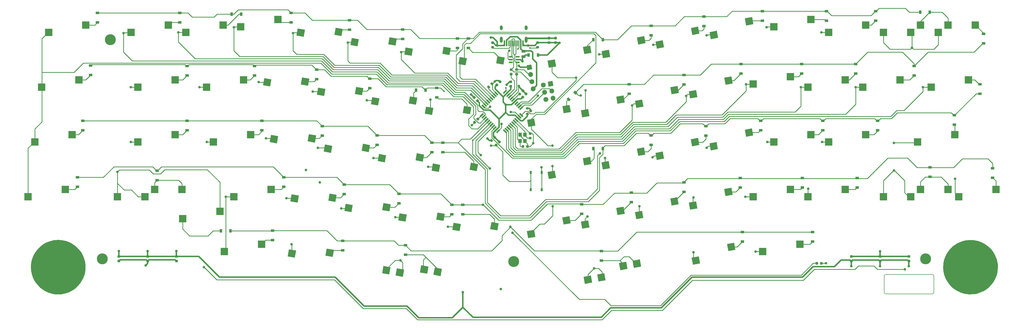
<source format=gbr>
G04 #@! TF.GenerationSoftware,KiCad,Pcbnew,(5.99.0-2612-g32a7d0025-dirty)*
G04 #@! TF.CreationDate,2020-08-10T18:59:17+02:00*
G04 #@! TF.ProjectId,BMEK_Hotswap,424d454b-5f48-46f7-9473-7761702e6b69,1*
G04 #@! TF.SameCoordinates,Original*
G04 #@! TF.FileFunction,Copper,L2,Bot*
G04 #@! TF.FilePolarity,Positive*
%FSLAX46Y46*%
G04 Gerber Fmt 4.6, Leading zero omitted, Abs format (unit mm)*
G04 Created by KiCad (PCBNEW (5.99.0-2612-g32a7d0025-dirty)) date 2020-08-10 18:59:17*
%MOMM*%
%LPD*%
G01*
G04 APERTURE LIST*
G04 #@! TA.AperFunction,EtchedComponent*
%ADD10C,0.010000*%
G04 #@! TD*
G04 #@! TA.AperFunction,EtchedComponent*
%ADD11C,0.200000*%
G04 #@! TD*
G04 #@! TA.AperFunction,ComponentPad*
%ADD12C,3.800000*%
G04 #@! TD*
G04 #@! TA.AperFunction,SMDPad,CuDef*
%ADD13R,2.550000X2.500000*%
G04 #@! TD*
G04 #@! TA.AperFunction,SMDPad,CuDef*
%ADD14R,1.200000X0.900000*%
G04 #@! TD*
G04 #@! TA.AperFunction,SMDPad,CuDef*
%ADD15R,0.900000X1.200000*%
G04 #@! TD*
G04 #@! TA.AperFunction,SMDPad,CuDef*
%ADD16R,0.750000X1.000000*%
G04 #@! TD*
G04 #@! TA.AperFunction,SMDPad,CuDef*
%ADD17R,1.200000X1.400000*%
G04 #@! TD*
G04 #@! TA.AperFunction,SMDPad,CuDef*
%ADD18R,1.360000X0.600000*%
G04 #@! TD*
G04 #@! TA.AperFunction,SMDPad,CuDef*
%ADD19R,0.600000X2.050000*%
G04 #@! TD*
G04 #@! TA.AperFunction,SMDPad,CuDef*
%ADD20R,0.300000X2.050000*%
G04 #@! TD*
G04 #@! TA.AperFunction,ComponentPad*
%ADD21O,1.000000X1.600000*%
G04 #@! TD*
G04 #@! TA.AperFunction,ComponentPad*
%ADD22O,1.000000X2.100000*%
G04 #@! TD*
G04 #@! TA.AperFunction,ViaPad*
%ADD23C,0.900000*%
G04 #@! TD*
G04 #@! TA.AperFunction,ViaPad*
%ADD24C,0.600000*%
G04 #@! TD*
G04 #@! TA.AperFunction,Conductor*
%ADD25C,0.254000*%
G04 #@! TD*
G04 #@! TA.AperFunction,Conductor*
%ADD26C,0.235000*%
G04 #@! TD*
G04 #@! TA.AperFunction,Conductor*
%ADD27C,0.508000*%
G04 #@! TD*
G04 #@! TA.AperFunction,Conductor*
%ADD28C,0.600000*%
G04 #@! TD*
G04 APERTURE END LIST*
G36*
X350170968Y-97650552D02*
G01*
X350543714Y-97665149D01*
X350763926Y-97683374D01*
X351648488Y-97818659D01*
X352505166Y-98030503D01*
X353329847Y-98315644D01*
X354118420Y-98670817D01*
X354866774Y-99092761D01*
X355570797Y-99578211D01*
X356226378Y-100123904D01*
X356829406Y-100726577D01*
X357375768Y-101382968D01*
X357861354Y-102089812D01*
X358282052Y-102843847D01*
X358633750Y-103641810D01*
X358778506Y-104044433D01*
X358989162Y-104752906D01*
X359137229Y-105438551D01*
X359227359Y-106129991D01*
X359264203Y-106855848D01*
X359265634Y-107041800D01*
X359224587Y-107938869D01*
X359102297Y-108813997D01*
X358900043Y-109664192D01*
X358619101Y-110486458D01*
X358260748Y-111277802D01*
X357826261Y-112035232D01*
X357316918Y-112755752D01*
X356733995Y-113436369D01*
X356387804Y-113787483D01*
X355718675Y-114375775D01*
X355001984Y-114894954D01*
X354241787Y-115343021D01*
X353442137Y-115717978D01*
X352607088Y-116017826D01*
X351740696Y-116240566D01*
X351222300Y-116334115D01*
X350983096Y-116362675D01*
X350683421Y-116386228D01*
X350344252Y-116404242D01*
X349986566Y-116416190D01*
X349631340Y-116421543D01*
X349299552Y-116419772D01*
X349012179Y-116410348D01*
X348809300Y-116394935D01*
X348047135Y-116277153D01*
X347277691Y-116093299D01*
X346518526Y-115849572D01*
X345787197Y-115552171D01*
X345101262Y-115207292D01*
X344618300Y-114915402D01*
X343881497Y-114383121D01*
X343208203Y-113795681D01*
X342600091Y-113155755D01*
X342058833Y-112466017D01*
X341586101Y-111729139D01*
X341183567Y-110947794D01*
X340852904Y-110124656D01*
X340595784Y-109262399D01*
X340413879Y-108363695D01*
X340381544Y-108142467D01*
X340354860Y-107868596D01*
X340338536Y-107533882D01*
X340332340Y-107161482D01*
X340336042Y-106774554D01*
X340349413Y-106396256D01*
X340372221Y-106049747D01*
X340404236Y-105758184D01*
X340405321Y-105750634D01*
X340572079Y-104882687D01*
X340815678Y-104039767D01*
X341132982Y-103227551D01*
X341520854Y-102451719D01*
X341976158Y-101717948D01*
X342495757Y-101031917D01*
X343076513Y-100399303D01*
X343647377Y-99881573D01*
X344364777Y-99334200D01*
X345103601Y-98866785D01*
X345870847Y-98476087D01*
X346673512Y-98158866D01*
X347518591Y-97911880D01*
X348216634Y-97765028D01*
X348537617Y-97719765D01*
X348918132Y-97684897D01*
X349333588Y-97661214D01*
X349759396Y-97649503D01*
X350170968Y-97650552D01*
G37*
D10*
X350170968Y-97650552D02*
X350543714Y-97665149D01*
X350763926Y-97683374D01*
X351648488Y-97818659D01*
X352505166Y-98030503D01*
X353329847Y-98315644D01*
X354118420Y-98670817D01*
X354866774Y-99092761D01*
X355570797Y-99578211D01*
X356226378Y-100123904D01*
X356829406Y-100726577D01*
X357375768Y-101382968D01*
X357861354Y-102089812D01*
X358282052Y-102843847D01*
X358633750Y-103641810D01*
X358778506Y-104044433D01*
X358989162Y-104752906D01*
X359137229Y-105438551D01*
X359227359Y-106129991D01*
X359264203Y-106855848D01*
X359265634Y-107041800D01*
X359224587Y-107938869D01*
X359102297Y-108813997D01*
X358900043Y-109664192D01*
X358619101Y-110486458D01*
X358260748Y-111277802D01*
X357826261Y-112035232D01*
X357316918Y-112755752D01*
X356733995Y-113436369D01*
X356387804Y-113787483D01*
X355718675Y-114375775D01*
X355001984Y-114894954D01*
X354241787Y-115343021D01*
X353442137Y-115717978D01*
X352607088Y-116017826D01*
X351740696Y-116240566D01*
X351222300Y-116334115D01*
X350983096Y-116362675D01*
X350683421Y-116386228D01*
X350344252Y-116404242D01*
X349986566Y-116416190D01*
X349631340Y-116421543D01*
X349299552Y-116419772D01*
X349012179Y-116410348D01*
X348809300Y-116394935D01*
X348047135Y-116277153D01*
X347277691Y-116093299D01*
X346518526Y-115849572D01*
X345787197Y-115552171D01*
X345101262Y-115207292D01*
X344618300Y-114915402D01*
X343881497Y-114383121D01*
X343208203Y-113795681D01*
X342600091Y-113155755D01*
X342058833Y-112466017D01*
X341586101Y-111729139D01*
X341183567Y-110947794D01*
X340852904Y-110124656D01*
X340595784Y-109262399D01*
X340413879Y-108363695D01*
X340381544Y-108142467D01*
X340354860Y-107868596D01*
X340338536Y-107533882D01*
X340332340Y-107161482D01*
X340336042Y-106774554D01*
X340349413Y-106396256D01*
X340372221Y-106049747D01*
X340404236Y-105758184D01*
X340405321Y-105750634D01*
X340572079Y-104882687D01*
X340815678Y-104039767D01*
X341132982Y-103227551D01*
X341520854Y-102451719D01*
X341976158Y-101717948D01*
X342495757Y-101031917D01*
X343076513Y-100399303D01*
X343647377Y-99881573D01*
X344364777Y-99334200D01*
X345103601Y-98866785D01*
X345870847Y-98476087D01*
X346673512Y-98158866D01*
X347518591Y-97911880D01*
X348216634Y-97765028D01*
X348537617Y-97719765D01*
X348918132Y-97684897D01*
X349333588Y-97661214D01*
X349759396Y-97649503D01*
X350170968Y-97650552D01*
G36*
X33273748Y-97611301D02*
G01*
X33601767Y-97629768D01*
X33723416Y-97641678D01*
X34615703Y-97785817D01*
X35480621Y-98009324D01*
X36314654Y-98310546D01*
X37114288Y-98687828D01*
X37876008Y-99139520D01*
X38596301Y-99663966D01*
X39255210Y-100243644D01*
X39835941Y-100851669D01*
X40346747Y-101492713D01*
X40798088Y-102181124D01*
X41171438Y-102871967D01*
X41522724Y-103677108D01*
X41793319Y-104497056D01*
X41984881Y-105326946D01*
X42099068Y-106161912D01*
X42137538Y-106997089D01*
X42101949Y-107827610D01*
X41993960Y-108648610D01*
X41815229Y-109455224D01*
X41567413Y-110242585D01*
X41252172Y-111005829D01*
X40871162Y-111740089D01*
X40426043Y-112440499D01*
X39918472Y-113102195D01*
X39350108Y-113720310D01*
X38722608Y-114289978D01*
X38037632Y-114806335D01*
X37296836Y-115264514D01*
X36872467Y-115486872D01*
X36055482Y-115842276D01*
X35206382Y-116120798D01*
X34333820Y-116319757D01*
X34014967Y-116371484D01*
X33689722Y-116409187D01*
X33314355Y-116437363D01*
X32916976Y-116455057D01*
X32525693Y-116461318D01*
X32168618Y-116455193D01*
X31939267Y-116441823D01*
X31047151Y-116325976D01*
X30179755Y-116130445D01*
X29341218Y-115857671D01*
X28535682Y-115510098D01*
X27767288Y-115090169D01*
X27040175Y-114600326D01*
X26358484Y-114043013D01*
X25726357Y-113420672D01*
X25147933Y-112735745D01*
X24772796Y-112213799D01*
X24614909Y-111959926D01*
X24440645Y-111648566D01*
X24261121Y-111302310D01*
X24087460Y-110943749D01*
X23930780Y-110595473D01*
X23802202Y-110280073D01*
X23749757Y-110135443D01*
X23577340Y-109595877D01*
X23445375Y-109094382D01*
X23349902Y-108606642D01*
X23286965Y-108108341D01*
X23252607Y-107575161D01*
X23242831Y-107020634D01*
X23245329Y-106638063D01*
X23253440Y-106323096D01*
X23268089Y-106058799D01*
X23290202Y-105828239D01*
X23319196Y-105623634D01*
X23504340Y-104730763D01*
X23760712Y-103881569D01*
X24090637Y-103070532D01*
X24496436Y-102292131D01*
X24980433Y-101540844D01*
X25115624Y-101354316D01*
X25304422Y-101117071D01*
X25541290Y-100846186D01*
X25809805Y-100558321D01*
X26093541Y-100270132D01*
X26376072Y-99998277D01*
X26640974Y-99759416D01*
X26871821Y-99570205D01*
X26883673Y-99561216D01*
X27635191Y-99041939D01*
X28407641Y-98603545D01*
X29206270Y-98243717D01*
X30036327Y-97960136D01*
X30903058Y-97750485D01*
X31042383Y-97724210D01*
X31333862Y-97682199D01*
X31687308Y-97648548D01*
X32080370Y-97623944D01*
X32490698Y-97609077D01*
X32895941Y-97604633D01*
X33273748Y-97611301D01*
G37*
X33273748Y-97611301D02*
X33601767Y-97629768D01*
X33723416Y-97641678D01*
X34615703Y-97785817D01*
X35480621Y-98009324D01*
X36314654Y-98310546D01*
X37114288Y-98687828D01*
X37876008Y-99139520D01*
X38596301Y-99663966D01*
X39255210Y-100243644D01*
X39835941Y-100851669D01*
X40346747Y-101492713D01*
X40798088Y-102181124D01*
X41171438Y-102871967D01*
X41522724Y-103677108D01*
X41793319Y-104497056D01*
X41984881Y-105326946D01*
X42099068Y-106161912D01*
X42137538Y-106997089D01*
X42101949Y-107827610D01*
X41993960Y-108648610D01*
X41815229Y-109455224D01*
X41567413Y-110242585D01*
X41252172Y-111005829D01*
X40871162Y-111740089D01*
X40426043Y-112440499D01*
X39918472Y-113102195D01*
X39350108Y-113720310D01*
X38722608Y-114289978D01*
X38037632Y-114806335D01*
X37296836Y-115264514D01*
X36872467Y-115486872D01*
X36055482Y-115842276D01*
X35206382Y-116120798D01*
X34333820Y-116319757D01*
X34014967Y-116371484D01*
X33689722Y-116409187D01*
X33314355Y-116437363D01*
X32916976Y-116455057D01*
X32525693Y-116461318D01*
X32168618Y-116455193D01*
X31939267Y-116441823D01*
X31047151Y-116325976D01*
X30179755Y-116130445D01*
X29341218Y-115857671D01*
X28535682Y-115510098D01*
X27767288Y-115090169D01*
X27040175Y-114600326D01*
X26358484Y-114043013D01*
X25726357Y-113420672D01*
X25147933Y-112735745D01*
X24772796Y-112213799D01*
X24614909Y-111959926D01*
X24440645Y-111648566D01*
X24261121Y-111302310D01*
X24087460Y-110943749D01*
X23930780Y-110595473D01*
X23802202Y-110280073D01*
X23749757Y-110135443D01*
X23577340Y-109595877D01*
X23445375Y-109094382D01*
X23349902Y-108606642D01*
X23286965Y-108108341D01*
X23252607Y-107575161D01*
X23242831Y-107020634D01*
X23245329Y-106638063D01*
X23253440Y-106323096D01*
X23268089Y-106058799D01*
X23290202Y-105828239D01*
X23319196Y-105623634D01*
X23504340Y-104730763D01*
X23760712Y-103881569D01*
X24090637Y-103070532D01*
X24496436Y-102292131D01*
X24980433Y-101540844D01*
X25115624Y-101354316D01*
X25304422Y-101117071D01*
X25541290Y-100846186D01*
X25809805Y-100558321D01*
X26093541Y-100270132D01*
X26376072Y-99998277D01*
X26640974Y-99759416D01*
X26871821Y-99570205D01*
X26883673Y-99561216D01*
X27635191Y-99041939D01*
X28407641Y-98603545D01*
X29206270Y-98243717D01*
X30036327Y-97960136D01*
X30903058Y-97750485D01*
X31042383Y-97724210D01*
X31333862Y-97682199D01*
X31687308Y-97648548D01*
X32080370Y-97623944D01*
X32490698Y-97609077D01*
X32895941Y-97604633D01*
X33273748Y-97611301D01*
D11*
X319786000Y-110127904D02*
G75*
G02*
X320294000Y-109619904I508000J0D01*
G01*
X337058000Y-115824000D02*
G75*
G02*
X336550000Y-116332000I-508000J0D01*
G01*
X320294000Y-116332000D02*
G75*
G02*
X319786000Y-115824000I0J508000D01*
G01*
X336550000Y-109619904D02*
G75*
G02*
X337058000Y-110127904I0J-508000D01*
G01*
X337058000Y-112522000D02*
X337058000Y-115824000D01*
X337058000Y-110109000D02*
X337058000Y-112522000D01*
X320294000Y-109619904D02*
X336550000Y-109619904D01*
X320294000Y-116332000D02*
X336550000Y-116332000D01*
X319786000Y-112522000D02*
X319786000Y-115824000D01*
X319786000Y-110109000D02*
X319786000Y-112522000D01*
D12*
X191060000Y-105090000D03*
X334200000Y-104140000D03*
X48020000Y-104140000D03*
X50800000Y-27940000D03*
G04 #@! TA.AperFunction,SMDPad,CuDef*
G36*
X160163563Y-53723398D02*
G01*
X160597683Y-51261379D01*
X163108943Y-51704182D01*
X162674823Y-54166201D01*
X160163563Y-53723398D01*
G37*
G04 #@! TD.AperFunction*
G04 #@! TA.AperFunction,SMDPad,CuDef*
G36*
X173335240Y-53466736D02*
G01*
X173769360Y-51004717D01*
X176280620Y-51447520D01*
X175846500Y-53909539D01*
X173335240Y-53466736D01*
G37*
G04 #@! TD.AperFunction*
D13*
X22224552Y-82550000D03*
X35151552Y-80010000D03*
G04 #@! TA.AperFunction,SMDPad,CuDef*
G36*
X221982451Y-73081296D02*
G01*
X221548331Y-70619277D01*
X224059591Y-70176474D01*
X224493711Y-72638493D01*
X221982451Y-73081296D01*
G37*
G04 #@! TD.AperFunction*
G04 #@! TA.AperFunction,SMDPad,CuDef*
G36*
X234271994Y-68335134D02*
G01*
X233837874Y-65873115D01*
X236349134Y-65430312D01*
X236783254Y-67892331D01*
X234271994Y-68335134D01*
G37*
G04 #@! TD.AperFunction*
G04 #@! TA.AperFunction,SMDPad,CuDef*
G36*
X153034063Y-33122399D02*
G01*
X153468183Y-30660380D01*
X155979443Y-31103183D01*
X155545323Y-33565202D01*
X153034063Y-33122399D01*
G37*
G04 #@! TD.AperFunction*
G04 #@! TA.AperFunction,SMDPad,CuDef*
G36*
X166205740Y-32865737D02*
G01*
X166639860Y-30403718D01*
X169151120Y-30846521D01*
X168717000Y-33308540D01*
X166205740Y-32865737D01*
G37*
G04 #@! TD.AperFunction*
G04 #@! TA.AperFunction,SMDPad,CuDef*
G36*
X196091451Y-58302697D02*
G01*
X195657331Y-55840678D01*
X198168591Y-55397875D01*
X198602711Y-57859894D01*
X196091451Y-58302697D01*
G37*
G04 #@! TD.AperFunction*
G04 #@! TA.AperFunction,SMDPad,CuDef*
G36*
X208380994Y-53556535D02*
G01*
X207946874Y-51094516D01*
X210458134Y-50651713D01*
X210892254Y-53113732D01*
X208380994Y-53556535D01*
G37*
G04 #@! TD.AperFunction*
G04 #@! TA.AperFunction,SMDPad,CuDef*
G36*
X214832051Y-93685996D02*
G01*
X214397931Y-91223977D01*
X216909191Y-90781174D01*
X217343311Y-93243193D01*
X214832051Y-93685996D01*
G37*
G04 #@! TD.AperFunction*
G04 #@! TA.AperFunction,SMDPad,CuDef*
G36*
X227121594Y-88939834D02*
G01*
X226687474Y-86477815D01*
X229198734Y-86035012D01*
X229632854Y-88497031D01*
X227121594Y-88939834D01*
G37*
G04 #@! TD.AperFunction*
G04 #@! TA.AperFunction,SMDPad,CuDef*
G36*
X112443513Y-103340699D02*
G01*
X112877633Y-100878680D01*
X115388893Y-101321483D01*
X114954773Y-103783502D01*
X112443513Y-103340699D01*
G37*
G04 #@! TD.AperFunction*
G04 #@! TA.AperFunction,SMDPad,CuDef*
G36*
X125615190Y-103084037D02*
G01*
X126049310Y-100622018D01*
X128560570Y-101064821D01*
X128126450Y-103526840D01*
X125615190Y-103084037D01*
G37*
G04 #@! TD.AperFunction*
G04 #@! TA.AperFunction,SMDPad,CuDef*
G36*
X132167063Y-87474599D02*
G01*
X132601183Y-85012580D01*
X135112443Y-85455383D01*
X134678323Y-87917402D01*
X132167063Y-87474599D01*
G37*
G04 #@! TD.AperFunction*
G04 #@! TA.AperFunction,SMDPad,CuDef*
G36*
X145338740Y-87217937D02*
G01*
X145772860Y-84755918D01*
X148284120Y-85198721D01*
X147850000Y-87660740D01*
X145338740Y-87217937D01*
G37*
G04 #@! TD.AperFunction*
X281428050Y-23459800D03*
X294355050Y-20919800D03*
X338578051Y-25400000D03*
X351505051Y-22860000D03*
X319528250Y-82550000D03*
X332455250Y-80010000D03*
G04 #@! TA.AperFunction,SMDPad,CuDef*
G36*
X253316101Y-106244096D02*
G01*
X252881981Y-103782077D01*
X255393241Y-103339274D01*
X255827361Y-105801293D01*
X253316101Y-106244096D01*
G37*
G04 #@! TD.AperFunction*
G04 #@! TA.AperFunction,SMDPad,CuDef*
G36*
X265605644Y-101497934D02*
G01*
X265171524Y-99035915D01*
X267682784Y-98593112D01*
X268116904Y-101055131D01*
X265605644Y-101497934D01*
G37*
G04 #@! TD.AperFunction*
G04 #@! TA.AperFunction,SMDPad,CuDef*
G36*
X113406463Y-84166599D02*
G01*
X113840583Y-81704580D01*
X116351843Y-82147383D01*
X115917723Y-84609402D01*
X113406463Y-84166599D01*
G37*
G04 #@! TD.AperFunction*
G04 #@! TA.AperFunction,SMDPad,CuDef*
G36*
X126578140Y-83909937D02*
G01*
X127012260Y-81447918D01*
X129523520Y-81890721D01*
X129089400Y-84352740D01*
X126578140Y-83909937D01*
G37*
G04 #@! TD.AperFunction*
G04 #@! TA.AperFunction,SMDPad,CuDef*
G36*
X222027151Y-34385597D02*
G01*
X221593031Y-31923578D01*
X224104291Y-31480775D01*
X224538411Y-33942794D01*
X222027151Y-34385597D01*
G37*
G04 #@! TD.AperFunction*
G04 #@! TA.AperFunction,SMDPad,CuDef*
G36*
X234316694Y-29639435D02*
G01*
X233882574Y-27177416D01*
X236393834Y-26734613D01*
X236827954Y-29196632D01*
X234316694Y-29639435D01*
G37*
G04 #@! TD.AperFunction*
X300478051Y-25400000D03*
X313405051Y-22860000D03*
X274284450Y-82549999D03*
X287211450Y-80009999D03*
G04 #@! TA.AperFunction,SMDPad,CuDef*
G36*
X240787752Y-31077596D02*
G01*
X240353632Y-28615577D01*
X242864892Y-28172774D01*
X243299012Y-30634793D01*
X240787752Y-31077596D01*
G37*
G04 #@! TD.AperFunction*
G04 #@! TA.AperFunction,SMDPad,CuDef*
G36*
X253077295Y-26331434D02*
G01*
X252643175Y-23869415D01*
X255154435Y-23426612D01*
X255588555Y-25888631D01*
X253077295Y-26331434D01*
G37*
G04 #@! TD.AperFunction*
G04 #@! TA.AperFunction,SMDPad,CuDef*
G36*
X203221851Y-76389297D02*
G01*
X202787731Y-73927278D01*
X205298991Y-73484475D01*
X205733111Y-75946494D01*
X203221851Y-76389297D01*
G37*
G04 #@! TD.AperFunction*
G04 #@! TA.AperFunction,SMDPad,CuDef*
G36*
X215511394Y-71643135D02*
G01*
X215077274Y-69181116D01*
X217588534Y-68738313D01*
X218022654Y-71200332D01*
X215511394Y-71643135D01*
G37*
G04 #@! TD.AperFunction*
X300478150Y-63500000D03*
X313405150Y-60960000D03*
G04 #@! TA.AperFunction,SMDPad,CuDef*
G36*
X196071451Y-96993997D02*
G01*
X195637331Y-94531978D01*
X198148591Y-94089175D01*
X198582711Y-96551194D01*
X196071451Y-96993997D01*
G37*
G04 #@! TD.AperFunction*
G04 #@! TA.AperFunction,SMDPad,CuDef*
G36*
X208360994Y-92247835D02*
G01*
X207926874Y-89785816D01*
X210438134Y-89343013D01*
X210872254Y-91805032D01*
X208360994Y-92247835D01*
G37*
G04 #@! TD.AperFunction*
X274284350Y-43389500D03*
X287211350Y-40849500D03*
X331434401Y-63500000D03*
X344361401Y-60960000D03*
X293334450Y-82550000D03*
X306261450Y-80010000D03*
X277592450Y-101600000D03*
X290519450Y-99060000D03*
G04 #@! TA.AperFunction,SMDPad,CuDef*
G36*
X214852052Y-54994697D02*
G01*
X214417932Y-52532678D01*
X216929192Y-52089875D01*
X217363312Y-54551894D01*
X214852052Y-54994697D01*
G37*
G04 #@! TD.AperFunction*
G04 #@! TA.AperFunction,SMDPad,CuDef*
G36*
X227141595Y-50248535D02*
G01*
X226707475Y-47786516D01*
X229218735Y-47343713D01*
X229652855Y-49805732D01*
X227141595Y-50248535D01*
G37*
G04 #@! TD.AperFunction*
X84246250Y-44450000D03*
X97173250Y-41910000D03*
G04 #@! TA.AperFunction,SMDPad,CuDef*
G36*
X252373252Y-48378696D02*
G01*
X251939132Y-45916677D01*
X254450392Y-45473874D01*
X254884512Y-47935893D01*
X252373252Y-48378696D01*
G37*
G04 #@! TD.AperFunction*
G04 #@! TA.AperFunction,SMDPad,CuDef*
G36*
X264662795Y-43632534D02*
G01*
X264228675Y-41170515D01*
X266739935Y-40727712D01*
X267174055Y-43189731D01*
X264662795Y-43632534D01*
G37*
G04 #@! TD.AperFunction*
G04 #@! TA.AperFunction,SMDPad,CuDef*
G36*
X259548351Y-27769598D02*
G01*
X259114231Y-25307579D01*
X261625491Y-24864776D01*
X262059611Y-27326795D01*
X259548351Y-27769598D01*
G37*
G04 #@! TD.AperFunction*
G04 #@! TA.AperFunction,SMDPad,CuDef*
G36*
X271837894Y-23023436D02*
G01*
X271403774Y-20561417D01*
X273915034Y-20118614D01*
X274349154Y-22580633D01*
X271837894Y-23023436D01*
G37*
G04 #@! TD.AperFunction*
X62814900Y-82550000D03*
X75741900Y-80010000D03*
X24605852Y-63500000D03*
X37532852Y-60960000D03*
X26987152Y-44450000D03*
X39914152Y-41910000D03*
G04 #@! TA.AperFunction,SMDPad,CuDef*
G36*
X233592651Y-90377996D02*
G01*
X233158531Y-87915977D01*
X235669791Y-87473174D01*
X236103911Y-89935193D01*
X233592651Y-90377996D01*
G37*
G04 #@! TD.AperFunction*
G04 #@! TA.AperFunction,SMDPad,CuDef*
G36*
X245882194Y-85631834D02*
G01*
X245448074Y-83169815D01*
X247959334Y-82727012D01*
X248393454Y-85189031D01*
X245882194Y-85631834D01*
G37*
G04 #@! TD.AperFunction*
X312384350Y-44450000D03*
X325311350Y-41910000D03*
X329053200Y-82550000D03*
X341980200Y-80010000D03*
X86627450Y-63500000D03*
X99554450Y-60960000D03*
X93771150Y-82550000D03*
X106698150Y-80010000D03*
X90463150Y-101600000D03*
X103390150Y-99060000D03*
X293334350Y-44450000D03*
X306261350Y-41910000D03*
G04 #@! TA.AperFunction,SMDPad,CuDef*
G36*
X240743051Y-69773297D02*
G01*
X240308931Y-67311278D01*
X242820191Y-66868475D01*
X243254311Y-69330494D01*
X240743051Y-69773297D01*
G37*
G04 #@! TD.AperFunction*
G04 #@! TA.AperFunction,SMDPad,CuDef*
G36*
X253032594Y-65027135D02*
G01*
X252598474Y-62565116D01*
X255109734Y-62122313D01*
X255543854Y-64584332D01*
X253032594Y-65027135D01*
G37*
G04 #@! TD.AperFunction*
X319528051Y-25400000D03*
X332455051Y-22860000D03*
G04 #@! TA.AperFunction,SMDPad,CuDef*
G36*
X169688263Y-94090599D02*
G01*
X170122383Y-91628580D01*
X172633643Y-92071383D01*
X172199523Y-94533402D01*
X169688263Y-94090599D01*
G37*
G04 #@! TD.AperFunction*
G04 #@! TA.AperFunction,SMDPad,CuDef*
G36*
X182859940Y-93833937D02*
G01*
X183294060Y-91371918D01*
X185805320Y-91814721D01*
X185371200Y-94276740D01*
X182859940Y-93833937D01*
G37*
G04 #@! TD.AperFunction*
X329053051Y-25400000D03*
X341980051Y-22860000D03*
X58052551Y-25400000D03*
X70979551Y-22860000D03*
G04 #@! TA.AperFunction,SMDPad,CuDef*
G36*
X149964764Y-109956699D02*
G01*
X150398884Y-107494680D01*
X152910144Y-107937483D01*
X152476024Y-110399502D01*
X149964764Y-109956699D01*
G37*
G04 #@! TD.AperFunction*
G04 #@! TA.AperFunction,SMDPad,CuDef*
G36*
X163136441Y-109700037D02*
G01*
X163570561Y-107238018D01*
X166081821Y-107680821D01*
X165647701Y-110142840D01*
X163136441Y-109700037D01*
G37*
G04 #@! TD.AperFunction*
X345721950Y-82550000D03*
X358648950Y-80010000D03*
G04 #@! TA.AperFunction,SMDPad,CuDef*
G36*
X122642363Y-47107399D02*
G01*
X123076483Y-44645380D01*
X125587743Y-45088183D01*
X125153623Y-47550202D01*
X122642363Y-47107399D01*
G37*
G04 #@! TD.AperFunction*
G04 #@! TA.AperFunction,SMDPad,CuDef*
G36*
X135814040Y-46850737D02*
G01*
X136248160Y-44388718D01*
X138759420Y-44831521D01*
X138325300Y-47293540D01*
X135814040Y-46850737D01*
G37*
G04 #@! TD.AperFunction*
G04 #@! TA.AperFunction,SMDPad,CuDef*
G36*
X124998563Y-66866699D02*
G01*
X125432683Y-64404680D01*
X127943943Y-64847483D01*
X127509823Y-67309502D01*
X124998563Y-66866699D01*
G37*
G04 #@! TD.AperFunction*
G04 #@! TA.AperFunction,SMDPad,CuDef*
G36*
X138170240Y-66610037D02*
G01*
X138604360Y-64148018D01*
X141115620Y-64590821D01*
X140681500Y-67052840D01*
X138170240Y-66610037D01*
G37*
G04 #@! TD.AperFunction*
G04 #@! TA.AperFunction,SMDPad,CuDef*
G36*
X141402963Y-50415399D02*
G01*
X141837083Y-47953380D01*
X144348343Y-48396183D01*
X143914223Y-50858202D01*
X141402963Y-50415399D01*
G37*
G04 #@! TD.AperFunction*
G04 #@! TA.AperFunction,SMDPad,CuDef*
G36*
X154574640Y-50158737D02*
G01*
X155008760Y-47696718D01*
X157520020Y-48139521D01*
X157085900Y-50601540D01*
X154574640Y-50158737D01*
G37*
G04 #@! TD.AperFunction*
G04 #@! TA.AperFunction,SMDPad,CuDef*
G36*
X215795002Y-112860097D02*
G01*
X215360882Y-110398078D01*
X217872142Y-109955275D01*
X218306262Y-112417294D01*
X215795002Y-112860097D01*
G37*
G04 #@! TD.AperFunction*
G04 #@! TA.AperFunction,SMDPad,CuDef*
G36*
X228084545Y-108113935D02*
G01*
X227650425Y-105651916D01*
X230161685Y-105209113D01*
X230595805Y-107671132D01*
X228084545Y-108113935D01*
G37*
G04 #@! TD.AperFunction*
G04 #@! TA.AperFunction,SMDPad,CuDef*
G36*
X150927663Y-90782599D02*
G01*
X151361783Y-88320580D01*
X153873043Y-88763383D01*
X153438923Y-91225402D01*
X150927663Y-90782599D01*
G37*
G04 #@! TD.AperFunction*
G04 #@! TA.AperFunction,SMDPad,CuDef*
G36*
X164099340Y-90525937D02*
G01*
X164533460Y-88063918D01*
X167044720Y-88506721D01*
X166610600Y-90968740D01*
X164099340Y-90525937D01*
G37*
G04 #@! TD.AperFunction*
G04 #@! TA.AperFunction,SMDPad,CuDef*
G36*
X259503651Y-66465296D02*
G01*
X259069531Y-64003277D01*
X261580791Y-63560474D01*
X262014911Y-66022493D01*
X259503651Y-66465296D01*
G37*
G04 #@! TD.AperFunction*
G04 #@! TA.AperFunction,SMDPad,CuDef*
G36*
X271793194Y-61719134D02*
G01*
X271359074Y-59257115D01*
X273870334Y-58814312D01*
X274304454Y-61276331D01*
X271793194Y-61719134D01*
G37*
G04 #@! TD.AperFunction*
G04 #@! TA.AperFunction,SMDPad,CuDef*
G36*
X115512864Y-26506399D02*
G01*
X115946984Y-24044380D01*
X118458244Y-24487183D01*
X118024124Y-26949202D01*
X115512864Y-26506399D01*
G37*
G04 #@! TD.AperFunction*
G04 #@! TA.AperFunction,SMDPad,CuDef*
G36*
X128684541Y-26249737D02*
G01*
X129118661Y-23787718D01*
X131629921Y-24230521D01*
X131195801Y-26692540D01*
X128684541Y-26249737D01*
G37*
G04 #@! TD.AperFunction*
G04 #@! TA.AperFunction,SMDPad,CuDef*
G36*
X145274617Y-109129699D02*
G01*
X145708737Y-106667680D01*
X148219997Y-107110483D01*
X147785877Y-109572502D01*
X145274617Y-109129699D01*
G37*
G04 #@! TD.AperFunction*
G04 #@! TA.AperFunction,SMDPad,CuDef*
G36*
X158446294Y-108873037D02*
G01*
X158880414Y-106411018D01*
X161391674Y-106853821D01*
X160957554Y-109315840D01*
X158446294Y-108873037D01*
G37*
G04 #@! TD.AperFunction*
X60433750Y-63500000D03*
X73360750Y-60960000D03*
X96152551Y-23459801D03*
X109079551Y-20919801D03*
G04 #@! TA.AperFunction,SMDPad,CuDef*
G36*
X106237963Y-63558699D02*
G01*
X106672083Y-61096680D01*
X109183343Y-61539483D01*
X108749223Y-64001502D01*
X106237963Y-63558699D01*
G37*
G04 #@! TD.AperFunction*
G04 #@! TA.AperFunction,SMDPad,CuDef*
G36*
X119409640Y-63302037D02*
G01*
X119843760Y-60840018D01*
X122355020Y-61282821D01*
X121920900Y-63744840D01*
X119409640Y-63302037D01*
G37*
G04 #@! TD.AperFunction*
G04 #@! TA.AperFunction,SMDPad,CuDef*
G36*
X162519763Y-73482699D02*
G01*
X162953883Y-71020680D01*
X165465143Y-71463483D01*
X165031023Y-73925502D01*
X162519763Y-73482699D01*
G37*
G04 #@! TD.AperFunction*
G04 #@! TA.AperFunction,SMDPad,CuDef*
G36*
X175691440Y-73226037D02*
G01*
X176125560Y-70764018D01*
X178636820Y-71206821D01*
X178202700Y-73668840D01*
X175691440Y-73226037D01*
G37*
G04 #@! TD.AperFunction*
G04 #@! TA.AperFunction,SMDPad,CuDef*
G36*
X220485148Y-112033097D02*
G01*
X220051028Y-109571078D01*
X222562288Y-109128275D01*
X222996408Y-111590294D01*
X220485148Y-112033097D01*
G37*
G04 #@! TD.AperFunction*
G04 #@! TA.AperFunction,SMDPad,CuDef*
G36*
X232774691Y-107286935D02*
G01*
X232340571Y-104824916D01*
X234851831Y-104382113D01*
X235285951Y-106844132D01*
X232774691Y-107286935D01*
G37*
G04 #@! TD.AperFunction*
X60433750Y-44450000D03*
X73360750Y-41910000D03*
X29368451Y-25400000D03*
X42295451Y-22860000D03*
X53290000Y-82550000D03*
X66217000Y-80010000D03*
G04 #@! TA.AperFunction,SMDPad,CuDef*
G36*
X203266552Y-37693597D02*
G01*
X202832432Y-35231578D01*
X205343692Y-34788775D01*
X205777812Y-37250794D01*
X203266552Y-37693597D01*
G37*
G04 #@! TD.AperFunction*
G04 #@! TA.AperFunction,SMDPad,CuDef*
G36*
X215556095Y-32947435D02*
G01*
X215121975Y-30485416D01*
X217633235Y-30042613D01*
X218067355Y-32504632D01*
X215556095Y-32947435D01*
G37*
G04 #@! TD.AperFunction*
G04 #@! TA.AperFunction,SMDPad,CuDef*
G36*
X134273464Y-29814399D02*
G01*
X134707584Y-27352380D01*
X137218844Y-27795183D01*
X136784724Y-30257202D01*
X134273464Y-29814399D01*
G37*
G04 #@! TD.AperFunction*
G04 #@! TA.AperFunction,SMDPad,CuDef*
G36*
X147445141Y-29557737D02*
G01*
X147879261Y-27095718D01*
X150390521Y-27538521D01*
X149956401Y-30000540D01*
X147445141Y-29557737D01*
G37*
G04 #@! TD.AperFunction*
G04 #@! TA.AperFunction,SMDPad,CuDef*
G36*
X103881788Y-43799399D02*
G01*
X104315908Y-41337380D01*
X106827168Y-41780183D01*
X106393048Y-44242202D01*
X103881788Y-43799399D01*
G37*
G04 #@! TD.AperFunction*
G04 #@! TA.AperFunction,SMDPad,CuDef*
G36*
X117053465Y-43542737D02*
G01*
X117487585Y-41080718D01*
X119998845Y-41523521D01*
X119564725Y-43985540D01*
X117053465Y-43542737D01*
G37*
G04 #@! TD.AperFunction*
G04 #@! TA.AperFunction,SMDPad,CuDef*
G36*
X143759163Y-70174699D02*
G01*
X144193283Y-67712680D01*
X146704543Y-68155483D01*
X146270423Y-70617502D01*
X143759163Y-70174699D01*
G37*
G04 #@! TD.AperFunction*
G04 #@! TA.AperFunction,SMDPad,CuDef*
G36*
X156930840Y-69918037D02*
G01*
X157364960Y-67456018D01*
X159876220Y-67898821D01*
X159442100Y-70360840D01*
X156930840Y-69918037D01*
G37*
G04 #@! TD.AperFunction*
G04 #@! TA.AperFunction,SMDPad,CuDef*
G36*
X171794663Y-36430399D02*
G01*
X172228783Y-33968380D01*
X174740043Y-34411183D01*
X174305923Y-36873202D01*
X171794663Y-36430399D01*
G37*
G04 #@! TD.AperFunction*
G04 #@! TA.AperFunction,SMDPad,CuDef*
G36*
X184966340Y-36173737D02*
G01*
X185400460Y-33711718D01*
X187911720Y-34154521D01*
X187477600Y-36616540D01*
X184966340Y-36173737D01*
G37*
G04 #@! TD.AperFunction*
X281428150Y-63499999D03*
X294355150Y-60959999D03*
X77102551Y-25400000D03*
X90029551Y-22860000D03*
G04 #@! TA.AperFunction,SMDPad,CuDef*
G36*
X252353251Y-87069996D02*
G01*
X251919131Y-84607977D01*
X254430391Y-84165174D01*
X254864511Y-86627193D01*
X252353251Y-87069996D01*
G37*
G04 #@! TD.AperFunction*
G04 #@! TA.AperFunction,SMDPad,CuDef*
G36*
X264642794Y-82323834D02*
G01*
X264208674Y-79861815D01*
X266719934Y-79419012D01*
X267154054Y-81881031D01*
X264642794Y-82323834D01*
G37*
G04 #@! TD.AperFunction*
G04 #@! TA.AperFunction,SMDPad,CuDef*
G36*
X233612652Y-51686696D02*
G01*
X233178532Y-49224677D01*
X235689792Y-48781874D01*
X236123912Y-51243893D01*
X233612652Y-51686696D01*
G37*
G04 #@! TD.AperFunction*
G04 #@! TA.AperFunction,SMDPad,CuDef*
G36*
X245902195Y-46940534D02*
G01*
X245468075Y-44478515D01*
X247979335Y-44035712D01*
X248413455Y-46497731D01*
X245902195Y-46940534D01*
G37*
G04 #@! TD.AperFunction*
X336196850Y-44450000D03*
X349123850Y-41910000D03*
X88891250Y-87630000D03*
X75964250Y-90170000D03*
D14*
X291084000Y-36450000D03*
X291084000Y-39750000D03*
X269748000Y-76074000D03*
X269748000Y-79374000D03*
G04 #@! TA.AperFunction,SMDPad,CuDef*
G36*
G01*
X178675510Y-55086597D02*
X179037903Y-55448990D01*
G75*
G02*
X179037903Y-55758350I-154680J-154680D01*
G01*
X178728544Y-56067709D01*
G75*
G02*
X178419184Y-56067709I-154680J154680D01*
G01*
X178056791Y-55705316D01*
G75*
G02*
X178056791Y-55395956I154680J154680D01*
G01*
X178366150Y-55086597D01*
G75*
G02*
X178675510Y-55086597I154680J-154680D01*
G01*
G37*
G04 #@! TD.AperFunction*
G04 #@! TA.AperFunction,SMDPad,CuDef*
G36*
G01*
X177561816Y-56200291D02*
X177924209Y-56562684D01*
G75*
G02*
X177924209Y-56872044I-154680J-154680D01*
G01*
X177614850Y-57181403D01*
G75*
G02*
X177305490Y-57181403I-154680J154680D01*
G01*
X176943097Y-56819010D01*
G75*
G02*
X176943097Y-56509650I154680J154680D01*
G01*
X177252456Y-56200291D01*
G75*
G02*
X177561816Y-56200291I154680J-154680D01*
G01*
G37*
G04 #@! TD.AperFunction*
G04 #@! TA.AperFunction,SMDPad,CuDef*
G36*
G01*
X190400650Y-40391800D02*
X189888150Y-40391800D01*
G75*
G02*
X189669400Y-40173050I0J218750D01*
G01*
X189669400Y-39735550D01*
G75*
G02*
X189888150Y-39516800I218750J0D01*
G01*
X190400650Y-39516800D01*
G75*
G02*
X190619400Y-39735550I0J-218750D01*
G01*
X190619400Y-40173050D01*
G75*
G02*
X190400650Y-40391800I-218750J0D01*
G01*
G37*
G04 #@! TD.AperFunction*
G04 #@! TA.AperFunction,SMDPad,CuDef*
G36*
G01*
X190400650Y-38816800D02*
X189888150Y-38816800D01*
G75*
G02*
X189669400Y-38598050I0J218750D01*
G01*
X189669400Y-38160550D01*
G75*
G02*
X189888150Y-37941800I218750J0D01*
G01*
X190400650Y-37941800D01*
G75*
G02*
X190619400Y-38160550I0J-218750D01*
G01*
X190619400Y-38598050D01*
G75*
G02*
X190400650Y-38816800I-218750J0D01*
G01*
G37*
G04 #@! TD.AperFunction*
G04 #@! TA.AperFunction,SMDPad,CuDef*
G36*
G01*
X194360010Y-45244097D02*
X194722403Y-45606490D01*
G75*
G02*
X194722403Y-45915850I-154680J-154680D01*
G01*
X194413044Y-46225209D01*
G75*
G02*
X194103684Y-46225209I-154680J154680D01*
G01*
X193741291Y-45862816D01*
G75*
G02*
X193741291Y-45553456I154680J154680D01*
G01*
X194050650Y-45244097D01*
G75*
G02*
X194360010Y-45244097I154680J-154680D01*
G01*
G37*
G04 #@! TD.AperFunction*
G04 #@! TA.AperFunction,SMDPad,CuDef*
G36*
G01*
X193246316Y-46357791D02*
X193608709Y-46720184D01*
G75*
G02*
X193608709Y-47029544I-154680J-154680D01*
G01*
X193299350Y-47338903D01*
G75*
G02*
X192989990Y-47338903I-154680J154680D01*
G01*
X192627597Y-46976510D01*
G75*
G02*
X192627597Y-46667150I154680J154680D01*
G01*
X192936956Y-46357791D01*
G75*
G02*
X193246316Y-46357791I154680J-154680D01*
G01*
G37*
G04 #@! TD.AperFunction*
G04 #@! TA.AperFunction,SMDPad,CuDef*
G36*
X212337860Y-45588812D02*
G01*
X213186388Y-46437340D01*
X212549992Y-47073736D01*
X211701464Y-46225208D01*
X212337860Y-45588812D01*
G37*
G04 #@! TD.AperFunction*
G04 #@! TA.AperFunction,SMDPad,CuDef*
G36*
X210004408Y-47922264D02*
G01*
X210852936Y-48770792D01*
X210216540Y-49407188D01*
X209368012Y-48558660D01*
X210004408Y-47922264D01*
G37*
G04 #@! TD.AperFunction*
X113665000Y-18670000D03*
X113665000Y-21970000D03*
G04 #@! TA.AperFunction,SMDPad,CuDef*
G36*
G01*
X178910903Y-49326010D02*
X178548510Y-49688403D01*
G75*
G02*
X178239150Y-49688403I-154680J154680D01*
G01*
X177929791Y-49379044D01*
G75*
G02*
X177929791Y-49069684I154680J154680D01*
G01*
X178292184Y-48707291D01*
G75*
G02*
X178601544Y-48707291I154680J-154680D01*
G01*
X178910903Y-49016650D01*
G75*
G02*
X178910903Y-49326010I-154680J-154680D01*
G01*
G37*
G04 #@! TD.AperFunction*
G04 #@! TA.AperFunction,SMDPad,CuDef*
G36*
G01*
X177797209Y-48212316D02*
X177434816Y-48574709D01*
G75*
G02*
X177125456Y-48574709I-154680J154680D01*
G01*
X176816097Y-48265350D01*
G75*
G02*
X176816097Y-47955990I154680J154680D01*
G01*
X177178490Y-47593597D01*
G75*
G02*
X177487850Y-47593597I154680J-154680D01*
G01*
X177797209Y-47902956D01*
G75*
G02*
X177797209Y-48212316I-154680J-154680D01*
G01*
G37*
G04 #@! TD.AperFunction*
D15*
X92965000Y-19050000D03*
X96265000Y-19050000D03*
D14*
X299720000Y-18035000D03*
X299720000Y-21335000D03*
D15*
X196173594Y-33300611D03*
X199473594Y-33300611D03*
D14*
X77470000Y-37085000D03*
X77470000Y-40385000D03*
D15*
X92532200Y-94437200D03*
X89232200Y-94437200D03*
D14*
X153416000Y-99442000D03*
X153416000Y-102742000D03*
X132080000Y-78360000D03*
X132080000Y-81660000D03*
G04 #@! TA.AperFunction,SMDPad,CuDef*
G36*
G01*
X197030050Y-62616800D02*
X196517550Y-62616800D01*
G75*
G02*
X196298800Y-62398050I0J218750D01*
G01*
X196298800Y-61960550D01*
G75*
G02*
X196517550Y-61741800I218750J0D01*
G01*
X197030050Y-61741800D01*
G75*
G02*
X197248800Y-61960550I0J-218750D01*
G01*
X197248800Y-62398050D01*
G75*
G02*
X197030050Y-62616800I-218750J0D01*
G01*
G37*
G04 #@! TD.AperFunction*
G04 #@! TA.AperFunction,SMDPad,CuDef*
G36*
G01*
X197030050Y-61041800D02*
X196517550Y-61041800D01*
G75*
G02*
X196298800Y-60823050I0J218750D01*
G01*
X196298800Y-60385550D01*
G75*
G02*
X196517550Y-60166800I218750J0D01*
G01*
X197030050Y-60166800D01*
G75*
G02*
X197248800Y-60385550I0J-218750D01*
G01*
X197248800Y-60823050D01*
G75*
G02*
X197030050Y-61041800I-218750J0D01*
G01*
G37*
G04 #@! TD.AperFunction*
D15*
X160400000Y-45466000D03*
X157100000Y-45466000D03*
D16*
X200731600Y-80139800D03*
X200731600Y-74139800D03*
X196981600Y-80139800D03*
X196981600Y-74139800D03*
G04 #@! TA.AperFunction,SMDPad,CuDef*
G36*
G01*
X205818450Y-29444400D02*
X205305950Y-29444400D01*
G75*
G02*
X205087200Y-29225650I0J218750D01*
G01*
X205087200Y-28788150D01*
G75*
G02*
X205305950Y-28569400I218750J0D01*
G01*
X205818450Y-28569400D01*
G75*
G02*
X206037200Y-28788150I0J-218750D01*
G01*
X206037200Y-29225650D01*
G75*
G02*
X205818450Y-29444400I-218750J0D01*
G01*
G37*
G04 #@! TD.AperFunction*
G04 #@! TA.AperFunction,SMDPad,CuDef*
G36*
G01*
X205818450Y-27869400D02*
X205305950Y-27869400D01*
G75*
G02*
X205087200Y-27650650I0J218750D01*
G01*
X205087200Y-27213150D01*
G75*
G02*
X205305950Y-26994400I218750J0D01*
G01*
X205818450Y-26994400D01*
G75*
G02*
X206037200Y-27213150I0J-218750D01*
G01*
X206037200Y-27650650D01*
G75*
G02*
X205818450Y-27869400I-218750J0D01*
G01*
G37*
G04 #@! TD.AperFunction*
G04 #@! TA.AperFunction,SMDPad,CuDef*
G36*
G01*
X54056250Y-105365000D02*
X53543750Y-105365000D01*
G75*
G02*
X53325000Y-105146250I0J218750D01*
G01*
X53325000Y-104708750D01*
G75*
G02*
X53543750Y-104490000I218750J0D01*
G01*
X54056250Y-104490000D01*
G75*
G02*
X54275000Y-104708750I0J-218750D01*
G01*
X54275000Y-105146250D01*
G75*
G02*
X54056250Y-105365000I-218750J0D01*
G01*
G37*
G04 #@! TD.AperFunction*
G04 #@! TA.AperFunction,SMDPad,CuDef*
G36*
G01*
X54056250Y-103790000D02*
X53543750Y-103790000D01*
G75*
G02*
X53325000Y-103571250I0J218750D01*
G01*
X53325000Y-103133750D01*
G75*
G02*
X53543750Y-102915000I218750J0D01*
G01*
X54056250Y-102915000D01*
G75*
G02*
X54275000Y-103133750I0J-218750D01*
G01*
X54275000Y-103571250D01*
G75*
G02*
X54056250Y-103790000I-218750J0D01*
G01*
G37*
G04 #@! TD.AperFunction*
G04 #@! TA.AperFunction,SMDPad,CuDef*
G36*
X188337958Y-45356280D02*
G01*
X188726866Y-45745188D01*
X187666206Y-46805848D01*
X187277298Y-46416940D01*
X188337958Y-45356280D01*
G37*
G04 #@! TD.AperFunction*
G04 #@! TA.AperFunction,SMDPad,CuDef*
G36*
X188903643Y-45921966D02*
G01*
X189292551Y-46310874D01*
X188231891Y-47371534D01*
X187842983Y-46982626D01*
X188903643Y-45921966D01*
G37*
G04 #@! TD.AperFunction*
G04 #@! TA.AperFunction,SMDPad,CuDef*
G36*
X189469328Y-46487651D02*
G01*
X189858236Y-46876559D01*
X188797576Y-47937219D01*
X188408668Y-47548311D01*
X189469328Y-46487651D01*
G37*
G04 #@! TD.AperFunction*
G04 #@! TA.AperFunction,SMDPad,CuDef*
G36*
X190035014Y-47053336D02*
G01*
X190423922Y-47442244D01*
X189363262Y-48502904D01*
X188974354Y-48113996D01*
X190035014Y-47053336D01*
G37*
G04 #@! TD.AperFunction*
G04 #@! TA.AperFunction,SMDPad,CuDef*
G36*
X190600699Y-47619022D02*
G01*
X190989607Y-48007930D01*
X189928947Y-49068590D01*
X189540039Y-48679682D01*
X190600699Y-47619022D01*
G37*
G04 #@! TD.AperFunction*
G04 #@! TA.AperFunction,SMDPad,CuDef*
G36*
X191166385Y-48184707D02*
G01*
X191555293Y-48573615D01*
X190494633Y-49634275D01*
X190105725Y-49245367D01*
X191166385Y-48184707D01*
G37*
G04 #@! TD.AperFunction*
G04 #@! TA.AperFunction,SMDPad,CuDef*
G36*
X191732070Y-48750393D02*
G01*
X192120978Y-49139301D01*
X191060318Y-50199961D01*
X190671410Y-49811053D01*
X191732070Y-48750393D01*
G37*
G04 #@! TD.AperFunction*
G04 #@! TA.AperFunction,SMDPad,CuDef*
G36*
X192297756Y-49316078D02*
G01*
X192686664Y-49704986D01*
X191626004Y-50765646D01*
X191237096Y-50376738D01*
X192297756Y-49316078D01*
G37*
G04 #@! TD.AperFunction*
G04 #@! TA.AperFunction,SMDPad,CuDef*
G36*
X192863441Y-49881764D02*
G01*
X193252349Y-50270672D01*
X192191689Y-51331332D01*
X191802781Y-50942424D01*
X192863441Y-49881764D01*
G37*
G04 #@! TD.AperFunction*
G04 #@! TA.AperFunction,SMDPad,CuDef*
G36*
X193429126Y-50447449D02*
G01*
X193818034Y-50836357D01*
X192757374Y-51897017D01*
X192368466Y-51508109D01*
X193429126Y-50447449D01*
G37*
G04 #@! TD.AperFunction*
G04 #@! TA.AperFunction,SMDPad,CuDef*
G36*
X193994812Y-51013134D02*
G01*
X194383720Y-51402042D01*
X193323060Y-52462702D01*
X192934152Y-52073794D01*
X193994812Y-51013134D01*
G37*
G04 #@! TD.AperFunction*
G04 #@! TA.AperFunction,SMDPad,CuDef*
G36*
X194383720Y-54477958D02*
G01*
X193994812Y-54866866D01*
X192934152Y-53806206D01*
X193323060Y-53417298D01*
X194383720Y-54477958D01*
G37*
G04 #@! TD.AperFunction*
G04 #@! TA.AperFunction,SMDPad,CuDef*
G36*
X193818034Y-55043643D02*
G01*
X193429126Y-55432551D01*
X192368466Y-54371891D01*
X192757374Y-53982983D01*
X193818034Y-55043643D01*
G37*
G04 #@! TD.AperFunction*
G04 #@! TA.AperFunction,SMDPad,CuDef*
G36*
X193252349Y-55609328D02*
G01*
X192863441Y-55998236D01*
X191802781Y-54937576D01*
X192191689Y-54548668D01*
X193252349Y-55609328D01*
G37*
G04 #@! TD.AperFunction*
G04 #@! TA.AperFunction,SMDPad,CuDef*
G36*
X192686664Y-56175014D02*
G01*
X192297756Y-56563922D01*
X191237096Y-55503262D01*
X191626004Y-55114354D01*
X192686664Y-56175014D01*
G37*
G04 #@! TD.AperFunction*
G04 #@! TA.AperFunction,SMDPad,CuDef*
G36*
X192120978Y-56740699D02*
G01*
X191732070Y-57129607D01*
X190671410Y-56068947D01*
X191060318Y-55680039D01*
X192120978Y-56740699D01*
G37*
G04 #@! TD.AperFunction*
G04 #@! TA.AperFunction,SMDPad,CuDef*
G36*
X191555293Y-57306385D02*
G01*
X191166385Y-57695293D01*
X190105725Y-56634633D01*
X190494633Y-56245725D01*
X191555293Y-57306385D01*
G37*
G04 #@! TD.AperFunction*
G04 #@! TA.AperFunction,SMDPad,CuDef*
G36*
X190989607Y-57872070D02*
G01*
X190600699Y-58260978D01*
X189540039Y-57200318D01*
X189928947Y-56811410D01*
X190989607Y-57872070D01*
G37*
G04 #@! TD.AperFunction*
G04 #@! TA.AperFunction,SMDPad,CuDef*
G36*
X190423922Y-58437756D02*
G01*
X190035014Y-58826664D01*
X188974354Y-57766004D01*
X189363262Y-57377096D01*
X190423922Y-58437756D01*
G37*
G04 #@! TD.AperFunction*
G04 #@! TA.AperFunction,SMDPad,CuDef*
G36*
X189858236Y-59003441D02*
G01*
X189469328Y-59392349D01*
X188408668Y-58331689D01*
X188797576Y-57942781D01*
X189858236Y-59003441D01*
G37*
G04 #@! TD.AperFunction*
G04 #@! TA.AperFunction,SMDPad,CuDef*
G36*
X189292551Y-59569126D02*
G01*
X188903643Y-59958034D01*
X187842983Y-58897374D01*
X188231891Y-58508466D01*
X189292551Y-59569126D01*
G37*
G04 #@! TD.AperFunction*
G04 #@! TA.AperFunction,SMDPad,CuDef*
G36*
X188726866Y-60134812D02*
G01*
X188337958Y-60523720D01*
X187277298Y-59463060D01*
X187666206Y-59074152D01*
X188726866Y-60134812D01*
G37*
G04 #@! TD.AperFunction*
G04 #@! TA.AperFunction,SMDPad,CuDef*
G36*
X185933794Y-59074152D02*
G01*
X186322702Y-59463060D01*
X185262042Y-60523720D01*
X184873134Y-60134812D01*
X185933794Y-59074152D01*
G37*
G04 #@! TD.AperFunction*
G04 #@! TA.AperFunction,SMDPad,CuDef*
G36*
X185368109Y-58508466D02*
G01*
X185757017Y-58897374D01*
X184696357Y-59958034D01*
X184307449Y-59569126D01*
X185368109Y-58508466D01*
G37*
G04 #@! TD.AperFunction*
G04 #@! TA.AperFunction,SMDPad,CuDef*
G36*
X184802424Y-57942781D02*
G01*
X185191332Y-58331689D01*
X184130672Y-59392349D01*
X183741764Y-59003441D01*
X184802424Y-57942781D01*
G37*
G04 #@! TD.AperFunction*
G04 #@! TA.AperFunction,SMDPad,CuDef*
G36*
X184236738Y-57377096D02*
G01*
X184625646Y-57766004D01*
X183564986Y-58826664D01*
X183176078Y-58437756D01*
X184236738Y-57377096D01*
G37*
G04 #@! TD.AperFunction*
G04 #@! TA.AperFunction,SMDPad,CuDef*
G36*
X183671053Y-56811410D02*
G01*
X184059961Y-57200318D01*
X182999301Y-58260978D01*
X182610393Y-57872070D01*
X183671053Y-56811410D01*
G37*
G04 #@! TD.AperFunction*
G04 #@! TA.AperFunction,SMDPad,CuDef*
G36*
X183105367Y-56245725D02*
G01*
X183494275Y-56634633D01*
X182433615Y-57695293D01*
X182044707Y-57306385D01*
X183105367Y-56245725D01*
G37*
G04 #@! TD.AperFunction*
G04 #@! TA.AperFunction,SMDPad,CuDef*
G36*
X182539682Y-55680039D02*
G01*
X182928590Y-56068947D01*
X181867930Y-57129607D01*
X181479022Y-56740699D01*
X182539682Y-55680039D01*
G37*
G04 #@! TD.AperFunction*
G04 #@! TA.AperFunction,SMDPad,CuDef*
G36*
X181973996Y-55114354D02*
G01*
X182362904Y-55503262D01*
X181302244Y-56563922D01*
X180913336Y-56175014D01*
X181973996Y-55114354D01*
G37*
G04 #@! TD.AperFunction*
G04 #@! TA.AperFunction,SMDPad,CuDef*
G36*
X181408311Y-54548668D02*
G01*
X181797219Y-54937576D01*
X180736559Y-55998236D01*
X180347651Y-55609328D01*
X181408311Y-54548668D01*
G37*
G04 #@! TD.AperFunction*
G04 #@! TA.AperFunction,SMDPad,CuDef*
G36*
X180842626Y-53982983D02*
G01*
X181231534Y-54371891D01*
X180170874Y-55432551D01*
X179781966Y-55043643D01*
X180842626Y-53982983D01*
G37*
G04 #@! TD.AperFunction*
G04 #@! TA.AperFunction,SMDPad,CuDef*
G36*
X180276940Y-53417298D02*
G01*
X180665848Y-53806206D01*
X179605188Y-54866866D01*
X179216280Y-54477958D01*
X180276940Y-53417298D01*
G37*
G04 #@! TD.AperFunction*
G04 #@! TA.AperFunction,SMDPad,CuDef*
G36*
X180665848Y-52073794D02*
G01*
X180276940Y-52462702D01*
X179216280Y-51402042D01*
X179605188Y-51013134D01*
X180665848Y-52073794D01*
G37*
G04 #@! TD.AperFunction*
G04 #@! TA.AperFunction,SMDPad,CuDef*
G36*
X181231534Y-51508109D02*
G01*
X180842626Y-51897017D01*
X179781966Y-50836357D01*
X180170874Y-50447449D01*
X181231534Y-51508109D01*
G37*
G04 #@! TD.AperFunction*
G04 #@! TA.AperFunction,SMDPad,CuDef*
G36*
X181797219Y-50942424D02*
G01*
X181408311Y-51331332D01*
X180347651Y-50270672D01*
X180736559Y-49881764D01*
X181797219Y-50942424D01*
G37*
G04 #@! TD.AperFunction*
G04 #@! TA.AperFunction,SMDPad,CuDef*
G36*
X182362904Y-50376738D02*
G01*
X181973996Y-50765646D01*
X180913336Y-49704986D01*
X181302244Y-49316078D01*
X182362904Y-50376738D01*
G37*
G04 #@! TD.AperFunction*
G04 #@! TA.AperFunction,SMDPad,CuDef*
G36*
X182928590Y-49811053D02*
G01*
X182539682Y-50199961D01*
X181479022Y-49139301D01*
X181867930Y-48750393D01*
X182928590Y-49811053D01*
G37*
G04 #@! TD.AperFunction*
G04 #@! TA.AperFunction,SMDPad,CuDef*
G36*
X183494275Y-49245367D02*
G01*
X183105367Y-49634275D01*
X182044707Y-48573615D01*
X182433615Y-48184707D01*
X183494275Y-49245367D01*
G37*
G04 #@! TD.AperFunction*
G04 #@! TA.AperFunction,SMDPad,CuDef*
G36*
X184059961Y-48679682D02*
G01*
X183671053Y-49068590D01*
X182610393Y-48007930D01*
X182999301Y-47619022D01*
X184059961Y-48679682D01*
G37*
G04 #@! TD.AperFunction*
G04 #@! TA.AperFunction,SMDPad,CuDef*
G36*
X184625646Y-48113996D02*
G01*
X184236738Y-48502904D01*
X183176078Y-47442244D01*
X183564986Y-47053336D01*
X184625646Y-48113996D01*
G37*
G04 #@! TD.AperFunction*
G04 #@! TA.AperFunction,SMDPad,CuDef*
G36*
X185191332Y-47548311D02*
G01*
X184802424Y-47937219D01*
X183741764Y-46876559D01*
X184130672Y-46487651D01*
X185191332Y-47548311D01*
G37*
G04 #@! TD.AperFunction*
G04 #@! TA.AperFunction,SMDPad,CuDef*
G36*
X185757017Y-46982626D02*
G01*
X185368109Y-47371534D01*
X184307449Y-46310874D01*
X184696357Y-45921966D01*
X185757017Y-46982626D01*
G37*
G04 #@! TD.AperFunction*
G04 #@! TA.AperFunction,SMDPad,CuDef*
G36*
X186322702Y-46416940D02*
G01*
X185933794Y-46805848D01*
X184873134Y-45745188D01*
X185262042Y-45356280D01*
X186322702Y-46416940D01*
G37*
G04 #@! TD.AperFunction*
D14*
X231140000Y-43435000D03*
X231140000Y-46735000D03*
X357505000Y-72645000D03*
X357505000Y-75945000D03*
X107188000Y-94362000D03*
X107188000Y-97662000D03*
D17*
X193256800Y-63203000D03*
X193256800Y-61003000D03*
X194956800Y-61003000D03*
X194956800Y-63203000D03*
D14*
X344170000Y-54230000D03*
X344170000Y-57530000D03*
X39370000Y-75820000D03*
X39370000Y-79120000D03*
X238760000Y-23115000D03*
X238760000Y-26415000D03*
X354330000Y-29210000D03*
X354330000Y-25910000D03*
G04 #@! TA.AperFunction,SMDPad,CuDef*
G36*
G01*
X308143750Y-102915000D02*
X308656250Y-102915000D01*
G75*
G02*
X308875000Y-103133750I0J-218750D01*
G01*
X308875000Y-103571250D01*
G75*
G02*
X308656250Y-103790000I-218750J0D01*
G01*
X308143750Y-103790000D01*
G75*
G02*
X307925000Y-103571250I0J218750D01*
G01*
X307925000Y-103133750D01*
G75*
G02*
X308143750Y-102915000I218750J0D01*
G01*
G37*
G04 #@! TD.AperFunction*
G04 #@! TA.AperFunction,SMDPad,CuDef*
G36*
G01*
X308143750Y-104490000D02*
X308656250Y-104490000D01*
G75*
G02*
X308875000Y-104708750I0J-218750D01*
G01*
X308875000Y-105146250D01*
G75*
G02*
X308656250Y-105365000I-218750J0D01*
G01*
X308143750Y-105365000D01*
G75*
G02*
X307925000Y-105146250I0J218750D01*
G01*
X307925000Y-104708750D01*
G75*
G02*
X308143750Y-104490000I218750J0D01*
G01*
G37*
G04 #@! TD.AperFunction*
X103505000Y-56135000D03*
X103505000Y-59435000D03*
X46355000Y-18670000D03*
X46355000Y-21970000D03*
G04 #@! TA.AperFunction,SMDPad,CuDef*
G36*
G01*
X183947325Y-31033217D02*
X183434825Y-31033217D01*
G75*
G02*
X183216075Y-30814467I0J218750D01*
G01*
X183216075Y-30376967D01*
G75*
G02*
X183434825Y-30158217I218750J0D01*
G01*
X183947325Y-30158217D01*
G75*
G02*
X184166075Y-30376967I0J-218750D01*
G01*
X184166075Y-30814467D01*
G75*
G02*
X183947325Y-31033217I-218750J0D01*
G01*
G37*
G04 #@! TD.AperFunction*
G04 #@! TA.AperFunction,SMDPad,CuDef*
G36*
G01*
X183947325Y-29458217D02*
X183434825Y-29458217D01*
G75*
G02*
X183216075Y-29239467I0J218750D01*
G01*
X183216075Y-28801967D01*
G75*
G02*
X183434825Y-28583217I218750J0D01*
G01*
X183947325Y-28583217D01*
G75*
G02*
X184166075Y-28801967I0J-218750D01*
G01*
X184166075Y-29239467D01*
G75*
G02*
X183947325Y-29458217I-218750J0D01*
G01*
G37*
G04 #@! TD.AperFunction*
X173355000Y-85345000D03*
X173355000Y-88645000D03*
X231902000Y-81154000D03*
X231902000Y-84454000D03*
X298450000Y-56135000D03*
X298450000Y-59435000D03*
X238760000Y-61215000D03*
X238760000Y-64515000D03*
X140970000Y-41530000D03*
X140970000Y-44830000D03*
G04 #@! TA.AperFunction,SMDPad,CuDef*
G36*
G01*
X192305650Y-40391700D02*
X191793150Y-40391700D01*
G75*
G02*
X191574400Y-40172950I0J218750D01*
G01*
X191574400Y-39735450D01*
G75*
G02*
X191793150Y-39516700I218750J0D01*
G01*
X192305650Y-39516700D01*
G75*
G02*
X192524400Y-39735450I0J-218750D01*
G01*
X192524400Y-40172950D01*
G75*
G02*
X192305650Y-40391700I-218750J0D01*
G01*
G37*
G04 #@! TD.AperFunction*
G04 #@! TA.AperFunction,SMDPad,CuDef*
G36*
G01*
X192305650Y-38816700D02*
X191793150Y-38816700D01*
G75*
G02*
X191574400Y-38597950I0J218750D01*
G01*
X191574400Y-38160450D01*
G75*
G02*
X191793150Y-37941700I218750J0D01*
G01*
X192305650Y-37941700D01*
G75*
G02*
X192524400Y-38160450I0J-218750D01*
G01*
X192524400Y-38597950D01*
G75*
G02*
X192305650Y-38816700I-218750J0D01*
G01*
G37*
G04 #@! TD.AperFunction*
X41275000Y-56135000D03*
X41275000Y-59435000D03*
X169545000Y-85345000D03*
X169545000Y-88645000D03*
G04 #@! TA.AperFunction,SMDPad,CuDef*
G36*
G01*
X328143750Y-102915000D02*
X328656250Y-102915000D01*
G75*
G02*
X328875000Y-103133750I0J-218750D01*
G01*
X328875000Y-103571250D01*
G75*
G02*
X328656250Y-103790000I-218750J0D01*
G01*
X328143750Y-103790000D01*
G75*
G02*
X327925000Y-103571250I0J218750D01*
G01*
X327925000Y-103133750D01*
G75*
G02*
X328143750Y-102915000I218750J0D01*
G01*
G37*
G04 #@! TD.AperFunction*
G04 #@! TA.AperFunction,SMDPad,CuDef*
G36*
G01*
X328143750Y-104490000D02*
X328656250Y-104490000D01*
G75*
G02*
X328875000Y-104708750I0J-218750D01*
G01*
X328875000Y-105146250D01*
G75*
G02*
X328656250Y-105365000I-218750J0D01*
G01*
X328143750Y-105365000D01*
G75*
G02*
X327925000Y-105146250I0J218750D01*
G01*
X327925000Y-104708750D01*
G75*
G02*
X328143750Y-104490000I218750J0D01*
G01*
G37*
G04 #@! TD.AperFunction*
G04 #@! TA.AperFunction,ComponentPad*
G36*
X197161920Y-36582400D02*
G01*
X197457122Y-38256574D01*
X195782948Y-38551776D01*
X195487746Y-36877602D01*
X197161920Y-36582400D01*
G37*
G04 #@! TD.AperFunction*
G04 #@! TA.AperFunction,ComponentPad*
G36*
G01*
X197750587Y-39920899D02*
X197750587Y-39920899D01*
G75*
G02*
X197061101Y-40905587I-837087J-147601D01*
G01*
X197061101Y-40905587D01*
G75*
G02*
X196076413Y-40216101I-147601J837087D01*
G01*
X196076413Y-40216101D01*
G75*
G02*
X196765899Y-39231413I837087J147601D01*
G01*
X196765899Y-39231413D01*
G75*
G02*
X197750587Y-39920899I147601J-837087D01*
G01*
G37*
G04 #@! TD.AperFunction*
G04 #@! TA.AperFunction,ComponentPad*
G36*
G01*
X198191654Y-42422310D02*
X198191654Y-42422310D01*
G75*
G02*
X197502168Y-43406998I-837087J-147601D01*
G01*
X197502168Y-43406998D01*
G75*
G02*
X196517480Y-42717512I-147601J837087D01*
G01*
X196517480Y-42717512D01*
G75*
G02*
X197206966Y-41732824I837087J147601D01*
G01*
X197206966Y-41732824D01*
G75*
G02*
X198191654Y-42422310I147601J-837087D01*
G01*
G37*
G04 #@! TD.AperFunction*
G04 #@! TA.AperFunction,ComponentPad*
G36*
G01*
X198632720Y-44923722D02*
X198632720Y-44923722D01*
G75*
G02*
X197943234Y-45908410I-837087J-147601D01*
G01*
X197943234Y-45908410D01*
G75*
G02*
X196958546Y-45218924I-147601J837087D01*
G01*
X196958546Y-45218924D01*
G75*
G02*
X197648032Y-44234236I837087J147601D01*
G01*
X197648032Y-44234236D01*
G75*
G02*
X198632720Y-44923722I147601J-837087D01*
G01*
G37*
G04 #@! TD.AperFunction*
X151130000Y-81535000D03*
X151130000Y-84835000D03*
X250190000Y-77598000D03*
X250190000Y-80898000D03*
G04 #@! TA.AperFunction,SMDPad,CuDef*
G36*
G01*
X183590410Y-42818397D02*
X183952803Y-43180790D01*
G75*
G02*
X183952803Y-43490150I-154680J-154680D01*
G01*
X183643444Y-43799509D01*
G75*
G02*
X183334084Y-43799509I-154680J154680D01*
G01*
X182971691Y-43437116D01*
G75*
G02*
X182971691Y-43127756I154680J154680D01*
G01*
X183281050Y-42818397D01*
G75*
G02*
X183590410Y-42818397I154680J-154680D01*
G01*
G37*
G04 #@! TD.AperFunction*
G04 #@! TA.AperFunction,SMDPad,CuDef*
G36*
G01*
X182476716Y-43932091D02*
X182839109Y-44294484D01*
G75*
G02*
X182839109Y-44603844I-154680J-154680D01*
G01*
X182529750Y-44913203D01*
G75*
G02*
X182220390Y-44913203I-154680J154680D01*
G01*
X181857997Y-44550810D01*
G75*
G02*
X181857997Y-44241450I154680J154680D01*
G01*
X182167356Y-43932091D01*
G75*
G02*
X182476716Y-43932091I154680J-154680D01*
G01*
G37*
G04 #@! TD.AperFunction*
D18*
X190010800Y-35824200D03*
X190010800Y-34874200D03*
X190010800Y-33924200D03*
X192360800Y-33924200D03*
X192360800Y-34874200D03*
X192360800Y-35824200D03*
G04 #@! TA.AperFunction,SMDPad,CuDef*
G36*
G01*
X195682390Y-54311203D02*
X195319997Y-53948810D01*
G75*
G02*
X195319997Y-53639450I154680J154680D01*
G01*
X195629356Y-53330091D01*
G75*
G02*
X195938716Y-53330091I154680J-154680D01*
G01*
X196301109Y-53692484D01*
G75*
G02*
X196301109Y-54001844I-154680J-154680D01*
G01*
X195991750Y-54311203D01*
G75*
G02*
X195682390Y-54311203I-154680J154680D01*
G01*
G37*
G04 #@! TD.AperFunction*
G04 #@! TA.AperFunction,SMDPad,CuDef*
G36*
G01*
X196796084Y-53197509D02*
X196433691Y-52835116D01*
G75*
G02*
X196433691Y-52525756I154680J154680D01*
G01*
X196743050Y-52216397D01*
G75*
G02*
X197052410Y-52216397I154680J-154680D01*
G01*
X197414803Y-52578790D01*
G75*
G02*
X197414803Y-52888150I-154680J-154680D01*
G01*
X197105444Y-53197509D01*
G75*
G02*
X196796084Y-53197509I-154680J154680D01*
G01*
G37*
G04 #@! TD.AperFunction*
D14*
X270002000Y-36450000D03*
X270002000Y-39750000D03*
X317500000Y-56135000D03*
X317500000Y-59435000D03*
X100965000Y-37085000D03*
X100965000Y-40385000D03*
X214630000Y-85218000D03*
X214630000Y-88518000D03*
X164274500Y-44705000D03*
X164274500Y-48005000D03*
X124460000Y-58040000D03*
X124460000Y-61340000D03*
X270510000Y-94870000D03*
X270510000Y-98170000D03*
D15*
X332360000Y-18415000D03*
X335660000Y-18415000D03*
X221995000Y-27940000D03*
X218695000Y-27940000D03*
D14*
X353060000Y-46735000D03*
X353060000Y-43435000D03*
X276860000Y-56135000D03*
X276860000Y-59435000D03*
G04 #@! TA.AperFunction,SMDPad,CuDef*
G36*
G01*
X199595450Y-31019200D02*
X199082950Y-31019200D01*
G75*
G02*
X198864200Y-30800450I0J218750D01*
G01*
X198864200Y-30362950D01*
G75*
G02*
X199082950Y-30144200I218750J0D01*
G01*
X199595450Y-30144200D01*
G75*
G02*
X199814200Y-30362950I0J-218750D01*
G01*
X199814200Y-30800450D01*
G75*
G02*
X199595450Y-31019200I-218750J0D01*
G01*
G37*
G04 #@! TD.AperFunction*
G04 #@! TA.AperFunction,SMDPad,CuDef*
G36*
G01*
X199595450Y-29444200D02*
X199082950Y-29444200D01*
G75*
G02*
X198864200Y-29225450I0J218750D01*
G01*
X198864200Y-28787950D01*
G75*
G02*
X199082950Y-28569200I218750J0D01*
G01*
X199595450Y-28569200D01*
G75*
G02*
X199814200Y-28787950I0J-218750D01*
G01*
X199814200Y-29225450D01*
G75*
G02*
X199595450Y-29444200I-218750J0D01*
G01*
G37*
G04 #@! TD.AperFunction*
X133985000Y-21210000D03*
X133985000Y-24510000D03*
X166370000Y-63755000D03*
X166370000Y-67055000D03*
X257175000Y-19940000D03*
X257175000Y-23240000D03*
X330200000Y-37085000D03*
X330200000Y-40385000D03*
G04 #@! TA.AperFunction,SMDPad,CuDef*
G36*
G01*
X295955000Y-105971050D02*
X295955000Y-105458550D01*
G75*
G02*
X296173750Y-105239800I218750J0D01*
G01*
X296611250Y-105239800D01*
G75*
G02*
X296830000Y-105458550I0J-218750D01*
G01*
X296830000Y-105971050D01*
G75*
G02*
X296611250Y-106189800I-218750J0D01*
G01*
X296173750Y-106189800D01*
G75*
G02*
X295955000Y-105971050I0J218750D01*
G01*
G37*
G04 #@! TD.AperFunction*
G04 #@! TA.AperFunction,SMDPad,CuDef*
G36*
G01*
X297530000Y-105971050D02*
X297530000Y-105458550D01*
G75*
G02*
X297748750Y-105239800I218750J0D01*
G01*
X298186250Y-105239800D01*
G75*
G02*
X298405000Y-105458550I0J-218750D01*
G01*
X298405000Y-105971050D01*
G75*
G02*
X298186250Y-106189800I-218750J0D01*
G01*
X297748750Y-106189800D01*
G75*
G02*
X297530000Y-105971050I0J218750D01*
G01*
G37*
G04 #@! TD.AperFunction*
G04 #@! TA.AperFunction,SMDPad,CuDef*
G36*
G01*
X74056250Y-105365000D02*
X73543750Y-105365000D01*
G75*
G02*
X73325000Y-105146250I0J218750D01*
G01*
X73325000Y-104708750D01*
G75*
G02*
X73543750Y-104490000I218750J0D01*
G01*
X74056250Y-104490000D01*
G75*
G02*
X74275000Y-104708750I0J-218750D01*
G01*
X74275000Y-105146250D01*
G75*
G02*
X74056250Y-105365000I-218750J0D01*
G01*
G37*
G04 #@! TD.AperFunction*
G04 #@! TA.AperFunction,SMDPad,CuDef*
G36*
G01*
X74056250Y-103790000D02*
X73543750Y-103790000D01*
G75*
G02*
X73325000Y-103571250I0J218750D01*
G01*
X73325000Y-103133750D01*
G75*
G02*
X73543750Y-102915000I218750J0D01*
G01*
X74056250Y-102915000D01*
G75*
G02*
X74275000Y-103133750I0J-218750D01*
G01*
X74275000Y-103571250D01*
G75*
G02*
X74056250Y-103790000I-218750J0D01*
G01*
G37*
G04 #@! TD.AperFunction*
X175260000Y-27560000D03*
X175260000Y-30860000D03*
D15*
X221995000Y-65792386D03*
X218695000Y-65792386D03*
D14*
X143510000Y-61215000D03*
X143510000Y-64515000D03*
X310388000Y-76074000D03*
X310388000Y-79374000D03*
G04 #@! TA.AperFunction,SMDPad,CuDef*
G36*
G01*
X186168510Y-63024097D02*
X186530903Y-63386490D01*
G75*
G02*
X186530903Y-63695850I-154680J-154680D01*
G01*
X186221544Y-64005209D01*
G75*
G02*
X185912184Y-64005209I-154680J154680D01*
G01*
X185549791Y-63642816D01*
G75*
G02*
X185549791Y-63333456I154680J154680D01*
G01*
X185859150Y-63024097D01*
G75*
G02*
X186168510Y-63024097I154680J-154680D01*
G01*
G37*
G04 #@! TD.AperFunction*
G04 #@! TA.AperFunction,SMDPad,CuDef*
G36*
G01*
X185054816Y-64137791D02*
X185417209Y-64500184D01*
G75*
G02*
X185417209Y-64809544I-154680J-154680D01*
G01*
X185107850Y-65118903D01*
G75*
G02*
X184798490Y-65118903I-154680J154680D01*
G01*
X184436097Y-64756510D01*
G75*
G02*
X184436097Y-64447150I154680J154680D01*
G01*
X184745456Y-64137791D01*
G75*
G02*
X185054816Y-64137791I154680J-154680D01*
G01*
G37*
G04 #@! TD.AperFunction*
G04 #@! TA.AperFunction,SMDPad,CuDef*
G36*
G01*
X196271600Y-64843950D02*
X196271600Y-65356450D01*
G75*
G02*
X196052850Y-65575200I-218750J0D01*
G01*
X195615350Y-65575200D01*
G75*
G02*
X195396600Y-65356450I0J218750D01*
G01*
X195396600Y-64843950D01*
G75*
G02*
X195615350Y-64625200I218750J0D01*
G01*
X196052850Y-64625200D01*
G75*
G02*
X196271600Y-64843950I0J-218750D01*
G01*
G37*
G04 #@! TD.AperFunction*
G04 #@! TA.AperFunction,SMDPad,CuDef*
G36*
G01*
X194696600Y-64843950D02*
X194696600Y-65356450D01*
G75*
G02*
X194477850Y-65575200I-218750J0D01*
G01*
X194040350Y-65575200D01*
G75*
G02*
X193821600Y-65356450I0J218750D01*
G01*
X193821600Y-64843950D01*
G75*
G02*
X194040350Y-64625200I218750J0D01*
G01*
X194477850Y-64625200D01*
G75*
G02*
X194696600Y-64843950I0J-218750D01*
G01*
G37*
G04 #@! TD.AperFunction*
X277495000Y-18035000D03*
X277495000Y-21335000D03*
X309880000Y-36450000D03*
X309880000Y-39750000D03*
X335737200Y-72365600D03*
X335737200Y-75665600D03*
X162560000Y-63755000D03*
X162560000Y-67055000D03*
X294894000Y-94870000D03*
X294894000Y-98170000D03*
G04 #@! TA.AperFunction,SMDPad,CuDef*
G36*
G01*
X64056250Y-105365000D02*
X63543750Y-105365000D01*
G75*
G02*
X63325000Y-105146250I0J218750D01*
G01*
X63325000Y-104708750D01*
G75*
G02*
X63543750Y-104490000I218750J0D01*
G01*
X64056250Y-104490000D01*
G75*
G02*
X64275000Y-104708750I0J-218750D01*
G01*
X64275000Y-105146250D01*
G75*
G02*
X64056250Y-105365000I-218750J0D01*
G01*
G37*
G04 #@! TD.AperFunction*
G04 #@! TA.AperFunction,SMDPad,CuDef*
G36*
G01*
X64056250Y-103790000D02*
X63543750Y-103790000D01*
G75*
G02*
X63325000Y-103571250I0J218750D01*
G01*
X63325000Y-103133750D01*
G75*
G02*
X63543750Y-102915000I218750J0D01*
G01*
X64056250Y-102915000D01*
G75*
G02*
X64275000Y-103133750I0J-218750D01*
G01*
X64275000Y-103571250D01*
G75*
G02*
X64056250Y-103790000I-218750J0D01*
G01*
G37*
G04 #@! TD.AperFunction*
G04 #@! TA.AperFunction,SMDPad,CuDef*
G36*
G01*
X190248250Y-44608200D02*
X189735750Y-44608200D01*
G75*
G02*
X189517000Y-44389450I0J218750D01*
G01*
X189517000Y-43951950D01*
G75*
G02*
X189735750Y-43733200I218750J0D01*
G01*
X190248250Y-43733200D01*
G75*
G02*
X190467000Y-43951950I0J-218750D01*
G01*
X190467000Y-44389450D01*
G75*
G02*
X190248250Y-44608200I-218750J0D01*
G01*
G37*
G04 #@! TD.AperFunction*
G04 #@! TA.AperFunction,SMDPad,CuDef*
G36*
G01*
X190248250Y-43033200D02*
X189735750Y-43033200D01*
G75*
G02*
X189517000Y-42814450I0J218750D01*
G01*
X189517000Y-42376950D01*
G75*
G02*
X189735750Y-42158200I218750J0D01*
G01*
X190248250Y-42158200D01*
G75*
G02*
X190467000Y-42376950I0J-218750D01*
G01*
X190467000Y-42814450D01*
G75*
G02*
X190248250Y-43033200I-218750J0D01*
G01*
G37*
G04 #@! TD.AperFunction*
X131572000Y-97918000D03*
X131572000Y-101218000D03*
X291338000Y-76074000D03*
X291338000Y-79374000D03*
X122555000Y-38355000D03*
X122555000Y-41655000D03*
X111125000Y-75820000D03*
X111125000Y-79120000D03*
X77470000Y-56135000D03*
X77470000Y-59435000D03*
G04 #@! TA.AperFunction,SMDPad,CuDef*
G36*
G01*
X318143750Y-102915000D02*
X318656250Y-102915000D01*
G75*
G02*
X318875000Y-103133750I0J-218750D01*
G01*
X318875000Y-103571250D01*
G75*
G02*
X318656250Y-103790000I-218750J0D01*
G01*
X318143750Y-103790000D01*
G75*
G02*
X317925000Y-103571250I0J218750D01*
G01*
X317925000Y-103133750D01*
G75*
G02*
X318143750Y-102915000I218750J0D01*
G01*
G37*
G04 #@! TD.AperFunction*
G04 #@! TA.AperFunction,SMDPad,CuDef*
G36*
G01*
X318143750Y-104490000D02*
X318656250Y-104490000D01*
G75*
G02*
X318875000Y-104708750I0J-218750D01*
G01*
X318875000Y-105146250D01*
G75*
G02*
X318656250Y-105365000I-218750J0D01*
G01*
X318143750Y-105365000D01*
G75*
G02*
X317925000Y-105146250I0J218750D01*
G01*
X317925000Y-104708750D01*
G75*
G02*
X318143750Y-104490000I218750J0D01*
G01*
G37*
G04 #@! TD.AperFunction*
D19*
X187843500Y-29215000D03*
X188618500Y-29215000D03*
D20*
X189318500Y-29215000D03*
X189818500Y-29215000D03*
X190318500Y-29215000D03*
X190818500Y-29215000D03*
X191318500Y-29215000D03*
X191818500Y-29215000D03*
X192318500Y-29215000D03*
X192818500Y-29215000D03*
D19*
X193518500Y-29215000D03*
X194293500Y-29215000D03*
D21*
X195388500Y-23790000D03*
X186748500Y-23790000D03*
D22*
X186748500Y-27970000D03*
X195388500Y-27970000D03*
G04 #@! TA.AperFunction,SMDPad,CuDef*
G36*
G01*
X185039790Y-44176603D02*
X184677397Y-43814210D01*
G75*
G02*
X184677397Y-43504850I154680J154680D01*
G01*
X184986756Y-43195491D01*
G75*
G02*
X185296116Y-43195491I154680J-154680D01*
G01*
X185658509Y-43557884D01*
G75*
G02*
X185658509Y-43867244I-154680J-154680D01*
G01*
X185349150Y-44176603D01*
G75*
G02*
X185039790Y-44176603I-154680J154680D01*
G01*
G37*
G04 #@! TD.AperFunction*
G04 #@! TA.AperFunction,SMDPad,CuDef*
G36*
G01*
X186153484Y-43062909D02*
X185791091Y-42700516D01*
G75*
G02*
X185791091Y-42391156I154680J154680D01*
G01*
X186100450Y-42081797D01*
G75*
G02*
X186409810Y-42081797I154680J-154680D01*
G01*
X186772203Y-42444190D01*
G75*
G02*
X186772203Y-42753550I-154680J-154680D01*
G01*
X186462844Y-43062909D01*
G75*
G02*
X186153484Y-43062909I-154680J154680D01*
G01*
G37*
G04 #@! TD.AperFunction*
G04 #@! TA.AperFunction,SMDPad,CuDef*
G36*
G01*
X194069490Y-48418403D02*
X193707097Y-48056010D01*
G75*
G02*
X193707097Y-47746650I154680J154680D01*
G01*
X194016456Y-47437291D01*
G75*
G02*
X194325816Y-47437291I154680J-154680D01*
G01*
X194688209Y-47799684D01*
G75*
G02*
X194688209Y-48109044I-154680J-154680D01*
G01*
X194378850Y-48418403D01*
G75*
G02*
X194069490Y-48418403I-154680J154680D01*
G01*
G37*
G04 #@! TD.AperFunction*
G04 #@! TA.AperFunction,SMDPad,CuDef*
G36*
G01*
X195183184Y-47304709D02*
X194820791Y-46942316D01*
G75*
G02*
X194820791Y-46632956I154680J154680D01*
G01*
X195130150Y-46323597D01*
G75*
G02*
X195439510Y-46323597I154680J-154680D01*
G01*
X195801903Y-46685990D01*
G75*
G02*
X195801903Y-46995350I-154680J-154680D01*
G01*
X195492544Y-47304709D01*
G75*
G02*
X195183184Y-47304709I-154680J154680D01*
G01*
G37*
G04 #@! TD.AperFunction*
D14*
X257810000Y-58040000D03*
X257810000Y-61340000D03*
X74930000Y-18670000D03*
X74930000Y-21970000D03*
G04 #@! TA.AperFunction,ComponentPad*
G36*
X204524486Y-42322312D02*
G01*
X204819688Y-43996486D01*
X203145514Y-44291688D01*
X202850312Y-42617514D01*
X204524486Y-42322312D01*
G37*
G04 #@! TD.AperFunction*
G04 #@! TA.AperFunction,ComponentPad*
G36*
G01*
X202170675Y-43600465D02*
X202170675Y-43600465D01*
G75*
G02*
X201481189Y-44585153I-837087J-147601D01*
G01*
X201481189Y-44585153D01*
G75*
G02*
X200496501Y-43895667I-147601J837087D01*
G01*
X200496501Y-43895667D01*
G75*
G02*
X201185987Y-42910979I837087J147601D01*
G01*
X201185987Y-42910979D01*
G75*
G02*
X202170675Y-43600465I147601J-837087D01*
G01*
G37*
G04 #@! TD.AperFunction*
G04 #@! TA.AperFunction,ComponentPad*
G36*
G01*
X205113153Y-45660811D02*
X205113153Y-45660811D01*
G75*
G02*
X204423667Y-46645499I-837087J-147601D01*
G01*
X204423667Y-46645499D01*
G75*
G02*
X203438979Y-45956013I-147601J837087D01*
G01*
X203438979Y-45956013D01*
G75*
G02*
X204128465Y-44971325I837087J147601D01*
G01*
X204128465Y-44971325D01*
G75*
G02*
X205113153Y-45660811I147601J-837087D01*
G01*
G37*
G04 #@! TD.AperFunction*
G04 #@! TA.AperFunction,ComponentPad*
G36*
G01*
X202611742Y-46101877D02*
X202611742Y-46101877D01*
G75*
G02*
X201922256Y-47086565I-837087J-147601D01*
G01*
X201922256Y-47086565D01*
G75*
G02*
X200937568Y-46397079I-147601J837087D01*
G01*
X200937568Y-46397079D01*
G75*
G02*
X201627054Y-45412391I837087J147601D01*
G01*
X201627054Y-45412391D01*
G75*
G02*
X202611742Y-46101877I147601J-837087D01*
G01*
G37*
G04 #@! TD.AperFunction*
G04 #@! TA.AperFunction,ComponentPad*
G36*
G01*
X205554220Y-48162222D02*
X205554220Y-48162222D01*
G75*
G02*
X204864734Y-49146910I-837087J-147601D01*
G01*
X204864734Y-49146910D01*
G75*
G02*
X203880046Y-48457424I-147601J837087D01*
G01*
X203880046Y-48457424D01*
G75*
G02*
X204569532Y-47472736I837087J147601D01*
G01*
X204569532Y-47472736D01*
G75*
G02*
X205554220Y-48162222I147601J-837087D01*
G01*
G37*
G04 #@! TD.AperFunction*
G04 #@! TA.AperFunction,ComponentPad*
G36*
G01*
X203052808Y-48603289D02*
X203052808Y-48603289D01*
G75*
G02*
X202363322Y-49587977I-837087J-147601D01*
G01*
X202363322Y-49587977D01*
G75*
G02*
X201378634Y-48898491I-147601J837087D01*
G01*
X201378634Y-48898491D01*
G75*
G02*
X202068120Y-47913803I837087J147601D01*
G01*
X202068120Y-47913803D01*
G75*
G02*
X203052808Y-48603289I147601J-837087D01*
G01*
G37*
G04 #@! TD.AperFunction*
X316865000Y-18035000D03*
X316865000Y-21335000D03*
G04 #@! TA.AperFunction,SMDPad,CuDef*
G36*
G01*
X184528257Y-61387750D02*
X184890650Y-61750143D01*
G75*
G02*
X184890650Y-62059503I-154680J-154680D01*
G01*
X184581291Y-62368862D01*
G75*
G02*
X184271931Y-62368862I-154680J154680D01*
G01*
X183909538Y-62006469D01*
G75*
G02*
X183909538Y-61697109I154680J154680D01*
G01*
X184218897Y-61387750D01*
G75*
G02*
X184528257Y-61387750I154680J-154680D01*
G01*
G37*
G04 #@! TD.AperFunction*
G04 #@! TA.AperFunction,SMDPad,CuDef*
G36*
G01*
X183414563Y-62501444D02*
X183776956Y-62863837D01*
G75*
G02*
X183776956Y-63173197I-154680J-154680D01*
G01*
X183467597Y-63482556D01*
G75*
G02*
X183158237Y-63482556I-154680J154680D01*
G01*
X182795844Y-63120163D01*
G75*
G02*
X182795844Y-62810803I154680J154680D01*
G01*
X183105203Y-62501444D01*
G75*
G02*
X183414563Y-62501444I154680J-154680D01*
G01*
G37*
G04 #@! TD.AperFunction*
G04 #@! TA.AperFunction,SMDPad,CuDef*
G36*
G01*
X194902421Y-34344020D02*
X193989921Y-34344020D01*
G75*
G02*
X193746171Y-34100270I0J243750D01*
G01*
X193746171Y-33612770D01*
G75*
G02*
X193989921Y-33369020I243750J0D01*
G01*
X194902421Y-33369020D01*
G75*
G02*
X195146171Y-33612770I0J-243750D01*
G01*
X195146171Y-34100270D01*
G75*
G02*
X194902421Y-34344020I-243750J0D01*
G01*
G37*
G04 #@! TD.AperFunction*
G04 #@! TA.AperFunction,SMDPad,CuDef*
G36*
G01*
X194902421Y-32469020D02*
X193989921Y-32469020D01*
G75*
G02*
X193746171Y-32225270I0J243750D01*
G01*
X193746171Y-31737770D01*
G75*
G02*
X193989921Y-31494020I243750J0D01*
G01*
X194902421Y-31494020D01*
G75*
G02*
X195146171Y-31737770I0J-243750D01*
G01*
X195146171Y-32225270D01*
G75*
G02*
X194902421Y-32469020I-243750J0D01*
G01*
G37*
G04 #@! TD.AperFunction*
X152400000Y-24385000D03*
X152400000Y-27685000D03*
X221488000Y-101474000D03*
X221488000Y-104774000D03*
G04 #@! TA.AperFunction,SMDPad,CuDef*
G36*
G01*
X203557850Y-29444400D02*
X203045350Y-29444400D01*
G75*
G02*
X202826600Y-29225650I0J218750D01*
G01*
X202826600Y-28788150D01*
G75*
G02*
X203045350Y-28569400I218750J0D01*
G01*
X203557850Y-28569400D01*
G75*
G02*
X203776600Y-28788150I0J-218750D01*
G01*
X203776600Y-29225650D01*
G75*
G02*
X203557850Y-29444400I-218750J0D01*
G01*
G37*
G04 #@! TD.AperFunction*
G04 #@! TA.AperFunction,SMDPad,CuDef*
G36*
G01*
X203557850Y-27869400D02*
X203045350Y-27869400D01*
G75*
G02*
X202826600Y-27650650I0J218750D01*
G01*
X202826600Y-27213150D01*
G75*
G02*
X203045350Y-26994400I218750J0D01*
G01*
X203557850Y-26994400D01*
G75*
G02*
X203776600Y-27213150I0J-218750D01*
G01*
X203776600Y-27650650D01*
G75*
G02*
X203557850Y-27869400I-218750J0D01*
G01*
G37*
G04 #@! TD.AperFunction*
X67056000Y-73534000D03*
X67056000Y-76834000D03*
X43942000Y-36958000D03*
X43942000Y-40258000D03*
X250190000Y-40260000D03*
X250190000Y-43560000D03*
X171450000Y-27560000D03*
X171450000Y-30860000D03*
D23*
X220980000Y-67487800D03*
D24*
X166814500Y-45923200D03*
X176771300Y-62966600D03*
D23*
X214299800Y-47345600D03*
X180340000Y-85344000D03*
X179578000Y-68072000D03*
X189890400Y-93014800D03*
X182702200Y-72720200D03*
X57912000Y-63500000D03*
X57912000Y-44450000D03*
X55372000Y-25654000D03*
X53314600Y-73964800D03*
X74422000Y-25400000D03*
X84328000Y-63500000D03*
X90932000Y-82550000D03*
X81788000Y-44450000D03*
X93726000Y-23622000D03*
X102362000Y-42672000D03*
X113792000Y-99060000D03*
X112014000Y-83058000D03*
X104902000Y-62230000D03*
X122936000Y-65532000D03*
X131064000Y-86614000D03*
X121158000Y-45974000D03*
X114300000Y-25654000D03*
X142240000Y-69088000D03*
X139954000Y-49022000D03*
X151638000Y-104648000D03*
X149860000Y-89662000D03*
X133350000Y-28956000D03*
X162052000Y-48768000D03*
X151892000Y-32258000D03*
X168148000Y-92964000D03*
X161290000Y-72136000D03*
X204470000Y-64770000D03*
X204470000Y-71882000D03*
X204571600Y-85877400D03*
X216662000Y-89408000D03*
X212725000Y-41148000D03*
X222758000Y-69088000D03*
X218948000Y-107442000D03*
X216001600Y-45618400D03*
X239268000Y-68834000D03*
X232156000Y-50800000D03*
X220726000Y-33020000D03*
X234696000Y-85852000D03*
X253492000Y-101854000D03*
X239522000Y-29718000D03*
X253492000Y-82804000D03*
X250952000Y-47498000D03*
X258064000Y-65532000D03*
X271526000Y-82550000D03*
X271780000Y-43434000D03*
X258064000Y-26416000D03*
X275082000Y-101600000D03*
X279146000Y-63500000D03*
X293370000Y-79756000D03*
X298196000Y-63500000D03*
X278892000Y-23622000D03*
X290830000Y-44450000D03*
X323189600Y-73456800D03*
X323189600Y-63855600D03*
X309880000Y-44450000D03*
X297942000Y-25400000D03*
X333248000Y-44450000D03*
X344474800Y-76352400D03*
X329438000Y-30734000D03*
X200723500Y-72326500D03*
X189484000Y-31800800D03*
X63144400Y-106476800D03*
X186842400Y-57251600D03*
X184429400Y-42494200D03*
X195656200Y-51841400D03*
X196011800Y-29972000D03*
X197815200Y-63957200D03*
X188569600Y-43637200D03*
X183083200Y-27203400D03*
X176466500Y-57658000D03*
X181864000Y-62331600D03*
X185267600Y-30022800D03*
X118795800Y-73279000D03*
X318363600Y-101549200D03*
X182854600Y-51282600D03*
X176212500Y-46990000D03*
X192786000Y-37033200D03*
X123647200Y-77571600D03*
X192786000Y-44069000D03*
X206959200Y-29032200D03*
D24*
X188290200Y-44754800D03*
D23*
X190627000Y-95072200D03*
X318414400Y-106680000D03*
X328371200Y-106680000D03*
X53797200Y-101447600D03*
X188277500Y-50546000D03*
X173380400Y-115798600D03*
X194056000Y-35509200D03*
X308406800Y-106680000D03*
X73812400Y-101447600D03*
X63804800Y-101447600D03*
X186537600Y-114681000D03*
D24*
X196748400Y-30861000D03*
X192506600Y-31165800D03*
D23*
X189992000Y-53086000D03*
X183197500Y-64833500D03*
X299567600Y-105714800D03*
X326974200Y-107797600D03*
X83362800Y-107010200D03*
X199390000Y-47472600D03*
D25*
X45465000Y-22860000D02*
X46355000Y-21970000D01*
D26*
X45465000Y-22860000D02*
X42295451Y-22860000D01*
D25*
X247141000Y-23115000D02*
X250316000Y-19940000D01*
X139955000Y-24385000D02*
X152400000Y-24385000D01*
X171069000Y-41148000D02*
X172339000Y-42418000D01*
X133985000Y-21210000D02*
X136780000Y-21210000D01*
X177419000Y-42418000D02*
X183388000Y-48387000D01*
X277495000Y-18035000D02*
X299720000Y-18035000D01*
X173228000Y-31115000D02*
X171069000Y-33274000D01*
X92965000Y-19050000D02*
X93726000Y-19050000D01*
X152400000Y-24385000D02*
X155195000Y-24385000D01*
X301498000Y-19558000D02*
X315214000Y-19558000D01*
X179133500Y-25374600D02*
X219430600Y-25374600D01*
X171069000Y-33274000D02*
X171069000Y-41148000D01*
X257175000Y-19940000D02*
X265048000Y-19940000D01*
X175132000Y-27560000D02*
X173228000Y-29464000D01*
X173228000Y-29464000D02*
X173228000Y-31115000D01*
X46355000Y-18670000D02*
X74930000Y-18670000D01*
X176948100Y-27560000D02*
X179133500Y-25374600D01*
X95250000Y-17526000D02*
X112521000Y-17526000D01*
X158370000Y-27560000D02*
X175260000Y-27560000D01*
X172339000Y-42418000D02*
X177419000Y-42418000D01*
X118492000Y-18670000D02*
X121032000Y-21210000D01*
X250316000Y-19940000D02*
X257175000Y-19940000D01*
X266953000Y-18035000D02*
X277495000Y-18035000D01*
X227076000Y-27940000D02*
X231901000Y-23115000D01*
X136780000Y-21210000D02*
X139955000Y-24385000D01*
X265048000Y-19940000D02*
X266953000Y-18035000D01*
X93726000Y-19050000D02*
X95250000Y-17526000D01*
X328549000Y-18415000D02*
X332360000Y-18415000D01*
X77852000Y-18670000D02*
X79248000Y-20066000D01*
X112521000Y-17526000D02*
X113665000Y-18670000D01*
X87884000Y-19050000D02*
X92965000Y-19050000D01*
X318008000Y-17018000D02*
X327152000Y-17018000D01*
X74930000Y-18670000D02*
X77852000Y-18670000D01*
X221996000Y-27940000D02*
X227076000Y-27940000D01*
X219430600Y-25374600D02*
X221996000Y-27940000D01*
X231901000Y-23115000D02*
X238760000Y-23115000D01*
X79248000Y-20066000D02*
X86868000Y-20066000D01*
X86868000Y-20066000D02*
X87884000Y-19050000D01*
X155195000Y-24385000D02*
X158370000Y-27560000D01*
X316991000Y-18035000D02*
X318008000Y-17018000D01*
X238760000Y-23115000D02*
X247141000Y-23115000D01*
X121032000Y-21210000D02*
X133985000Y-21210000D01*
X175260000Y-27560000D02*
X176948100Y-27560000D01*
X315214000Y-19558000D02*
X316737000Y-18035000D01*
X299975000Y-18035000D02*
X301498000Y-19558000D01*
X327152000Y-17018000D02*
X328549000Y-18415000D01*
X113665000Y-18670000D02*
X118492000Y-18670000D01*
X74930000Y-21970000D02*
X71869551Y-21970000D01*
X95504000Y-19050000D02*
X91694000Y-22860000D01*
X96265000Y-19050000D02*
X95504000Y-19050000D01*
X91694000Y-22860000D02*
X90029551Y-22860000D01*
X113665000Y-21970000D02*
X110129750Y-21970000D01*
X133985000Y-24510000D02*
X130887360Y-24510000D01*
X152400000Y-27685000D02*
X149780960Y-27685000D01*
X171450000Y-30860000D02*
X171450000Y-31496000D01*
X171089871Y-31856129D02*
X167678430Y-31856129D01*
X171450000Y-31496000D02*
X171089871Y-31856129D01*
X184150000Y-32334200D02*
X186439030Y-34623230D01*
X176734200Y-32334200D02*
X184150000Y-32334200D01*
X175260000Y-30860000D02*
X176734200Y-32334200D01*
X218694000Y-27940000D02*
X216594665Y-30039335D01*
X216594665Y-30039335D02*
X216594665Y-31495024D01*
X238760000Y-27432000D02*
X238004976Y-28187024D01*
X238760000Y-26415000D02*
X238760000Y-27432000D01*
X238004976Y-28187024D02*
X235355264Y-28187024D01*
X257175000Y-24257000D02*
X256552977Y-24879023D01*
X256552977Y-24879023D02*
X254115865Y-24879023D01*
X257175000Y-23240000D02*
X257175000Y-24257000D01*
X277495000Y-21335000D02*
X273112489Y-21335000D01*
X294355050Y-20919800D02*
X299304800Y-20919800D01*
X313405051Y-22860000D02*
X315340000Y-22860000D01*
X315340000Y-22860000D02*
X316865000Y-21335000D01*
X332455051Y-21619949D02*
X335660000Y-18415000D01*
X339979000Y-18415000D02*
X335660000Y-18415000D01*
X341980051Y-22860000D02*
X341980051Y-20416051D01*
X341980051Y-20416051D02*
X339979000Y-18415000D01*
X39923152Y-41910000D02*
X42290000Y-41910000D01*
X42290000Y-41910000D02*
X43942000Y-40258000D01*
X76708000Y-36576000D02*
X76962000Y-36830000D01*
X101396800Y-36779200D02*
X120853200Y-36779200D01*
X181864000Y-84582000D02*
X186436000Y-89154000D01*
X146710400Y-44348400D02*
X159156400Y-44348400D01*
X165596300Y-44705000D02*
X164274500Y-44705000D01*
X239648000Y-40260000D02*
X236473000Y-43435000D01*
X202133200Y-83489800D02*
X216484200Y-83489800D01*
X215340200Y-43435000D02*
X231140000Y-43435000D01*
X259714000Y-36450000D02*
X255904000Y-40260000D01*
X255904000Y-40260000D02*
X250190000Y-40260000D01*
X330200000Y-36322000D02*
X326136000Y-32258000D01*
X78232000Y-36576000D02*
X100330000Y-36576000D01*
X159156400Y-44348400D02*
X160274000Y-45466000D01*
X160274000Y-45466000D02*
X160972500Y-44767500D01*
X291084000Y-36450000D02*
X270002000Y-36450000D01*
X77978000Y-36830000D02*
X78232000Y-36576000D01*
X127508000Y-40640000D02*
X139954000Y-40640000D01*
X125223000Y-38355000D02*
X127508000Y-40640000D01*
X186436000Y-89154000D02*
X196469000Y-89154000D01*
X216484200Y-83489800D02*
X220167200Y-79806800D01*
X354076000Y-29210000D02*
X351028000Y-32258000D01*
X143892000Y-41530000D02*
X146710400Y-44348400D01*
X215340200Y-43435000D02*
X212443926Y-46331274D01*
X176771300Y-62966600D02*
X182767391Y-56970509D01*
X176758600Y-67792600D02*
X181864000Y-72898000D01*
X100330000Y-36576000D02*
X100584000Y-36830000D01*
X270002000Y-36450000D02*
X259714000Y-36450000D01*
X335027000Y-32258000D02*
X330200000Y-37085000D01*
X220167200Y-68300600D02*
X220980000Y-67487800D01*
X330200000Y-37085000D02*
X330200000Y-36322000D01*
X314072000Y-32258000D02*
X309880000Y-36450000D01*
X166814500Y-45923200D02*
X165596300Y-44705000D01*
X139954000Y-40640000D02*
X140844000Y-41530000D01*
X196469000Y-89154000D02*
X202133200Y-83489800D01*
X326136000Y-32258000D02*
X314072000Y-32258000D01*
X214299800Y-47345600D02*
X213563200Y-47345600D01*
X250190000Y-40260000D02*
X239648000Y-40260000D01*
X160972500Y-44767500D02*
X164274500Y-44767500D01*
X309880000Y-36450000D02*
X291084000Y-36450000D01*
X176758600Y-62979300D02*
X176758600Y-67792600D01*
X181864000Y-72898000D02*
X181864000Y-84582000D01*
X140970000Y-41530000D02*
X143892000Y-41530000D01*
X120853200Y-36779200D02*
X122429000Y-38355000D01*
X44324000Y-36576000D02*
X76708000Y-36576000D01*
X213563200Y-47345600D02*
X212548874Y-46331274D01*
X236473000Y-43435000D02*
X231140000Y-43435000D01*
X176771300Y-62966600D02*
X176758600Y-62979300D01*
X220167200Y-79806800D02*
X220167200Y-68300600D01*
X122555000Y-38355000D02*
X125223000Y-38355000D01*
X351028000Y-32258000D02*
X335027000Y-32258000D01*
X97173250Y-41910000D02*
X99440000Y-41910000D01*
X99440000Y-41910000D02*
X100965000Y-40385000D01*
X118526155Y-42533129D02*
X121676871Y-42533129D01*
X121676871Y-42533129D02*
X122555000Y-41655000D01*
X137286730Y-45841129D02*
X139958871Y-45841129D01*
X139958871Y-45841129D02*
X140970000Y-44830000D01*
X156210000Y-46482000D02*
X157226000Y-45466000D01*
X156210000Y-48986459D02*
X156210000Y-46482000D01*
X174807930Y-50347930D02*
X174807930Y-52457128D01*
X172974000Y-48514000D02*
X174807930Y-50347930D01*
X164909500Y-48514000D02*
X172974000Y-48514000D01*
X164465000Y-48069500D02*
X164909500Y-48514000D01*
X209419564Y-52104124D02*
X209419564Y-49355636D01*
X209419564Y-49355636D02*
X210110474Y-48664726D01*
X229078876Y-48796124D02*
X231140000Y-46735000D01*
X246940765Y-45488123D02*
X248261877Y-45488123D01*
X248261877Y-45488123D02*
X250190000Y-43560000D01*
X267571877Y-42180123D02*
X270002000Y-39750000D01*
X265701365Y-42180123D02*
X267571877Y-42180123D01*
X287211350Y-40849500D02*
X289984500Y-40849500D01*
X289984500Y-40849500D02*
X291084000Y-39750000D01*
X307720000Y-41910000D02*
X309880000Y-39750000D01*
X306261350Y-41910000D02*
X307720000Y-41910000D01*
X328675000Y-41910000D02*
X330200000Y-40385000D01*
X325311350Y-41910000D02*
X328675000Y-41910000D01*
X354330000Y-25684949D02*
X351505051Y-22860000D01*
X39750000Y-60960000D02*
X41275000Y-59435000D01*
X37541852Y-60960000D02*
X39750000Y-60960000D01*
X162560000Y-63755000D02*
X166370000Y-63755000D01*
X196748400Y-89916000D02*
X202412600Y-84251800D01*
X229362000Y-64770000D02*
X233680000Y-60452000D01*
X264414000Y-57150000D02*
X266192000Y-55372000D01*
X171705000Y-63755000D02*
X181102000Y-73152000D01*
X103505000Y-56135000D02*
X122555000Y-56135000D01*
X182101177Y-56404823D02*
X175983900Y-62522100D01*
X166371000Y-63754000D02*
X169926000Y-63754000D01*
X221995000Y-67819000D02*
X221995000Y-65792386D01*
X220878400Y-68935600D02*
X221995000Y-67819000D01*
X181102000Y-84810600D02*
X186207400Y-89916000D01*
X344296000Y-54230000D02*
X351791000Y-46735000D01*
X256730000Y-57150000D02*
X257620000Y-58040000D01*
X343090000Y-53340000D02*
X343980000Y-54230000D01*
X318516000Y-55372000D02*
X322326000Y-55372000D01*
X277113500Y-56135000D02*
X277876500Y-55372000D01*
X266192000Y-55372000D02*
X275843500Y-55372000D01*
X160020000Y-61215000D02*
X162560000Y-63755000D01*
X216966800Y-84251800D02*
X220878400Y-80340200D01*
X277876500Y-55372000D02*
X297434000Y-55372000D01*
X41275000Y-56135000D02*
X77470000Y-56135000D01*
X297434000Y-55372000D02*
X298197000Y-56135000D01*
X220878400Y-80340200D02*
X220878400Y-68935600D01*
X258826000Y-57150000D02*
X264414000Y-57150000D01*
X172937900Y-62522100D02*
X171705000Y-63755000D01*
X275843500Y-55372000D02*
X276606500Y-56135000D01*
X186207400Y-89916000D02*
X196748400Y-89916000D01*
X324358000Y-53340000D02*
X343090000Y-53340000D01*
X322326000Y-55372000D02*
X324358000Y-53340000D01*
X222758000Y-64770000D02*
X229362000Y-64770000D01*
X181102000Y-73152000D02*
X181102000Y-84810600D01*
X248920000Y-57150000D02*
X256730000Y-57150000D01*
X298703000Y-56135000D02*
X299466000Y-55372000D01*
X351791000Y-46735000D02*
X353060000Y-46735000D01*
X169927000Y-63755000D02*
X171705000Y-63755000D01*
X221996000Y-65532000D02*
X222758000Y-64770000D01*
X122555000Y-56135000D02*
X124460000Y-58040000D01*
X233680000Y-60452000D02*
X237744000Y-60452000D01*
X239013000Y-61215000D02*
X239776000Y-60452000D01*
X239776000Y-60452000D02*
X245618000Y-60452000D01*
X258318000Y-57658000D02*
X258826000Y-57150000D01*
X169926000Y-63754000D02*
X169927000Y-63755000D01*
X317753000Y-56135000D02*
X318516000Y-55372000D01*
X237744000Y-60452000D02*
X238507000Y-61215000D01*
X202412600Y-84251800D02*
X216966800Y-84251800D01*
X299466000Y-55372000D02*
X316484000Y-55372000D01*
X140335000Y-58040000D02*
X143510000Y-61215000D01*
X316484000Y-55372000D02*
X317247000Y-56135000D01*
X245618000Y-60452000D02*
X248920000Y-57150000D01*
X77470000Y-56135000D02*
X103505000Y-56135000D01*
X175983900Y-62522100D02*
X172937900Y-62522100D01*
X124460000Y-58040000D02*
X140335000Y-58040000D01*
X143510000Y-61215000D02*
X160020000Y-61215000D01*
X103505000Y-59817000D02*
X102362000Y-60960000D01*
X102362000Y-60960000D02*
X99554450Y-60960000D01*
X120882330Y-62292429D02*
X123507571Y-62292429D01*
X123507571Y-62292429D02*
X124460000Y-61340000D01*
X139642930Y-65600429D02*
X142424571Y-65600429D01*
X142424571Y-65600429D02*
X143510000Y-64515000D01*
X160706571Y-68908429D02*
X162560000Y-67055000D01*
X158403530Y-68908429D02*
X160706571Y-68908429D01*
X171705000Y-67055000D02*
X171704000Y-67056000D01*
X177164130Y-70230130D02*
X177164130Y-72216429D01*
X173989000Y-67055000D02*
X177164130Y-70230130D01*
X166370000Y-67055000D02*
X173989000Y-67055000D01*
X218998800Y-69240400D02*
X218048476Y-70190724D01*
X218048476Y-70190724D02*
X216549964Y-70190724D01*
X218998800Y-66090800D02*
X218998800Y-69240400D01*
X238760000Y-64515000D02*
X238760000Y-65786000D01*
X237663277Y-66882723D02*
X235310564Y-66882723D01*
X238760000Y-65786000D02*
X237663277Y-66882723D01*
X257810000Y-62484000D02*
X256719276Y-63574724D01*
X256719276Y-63574724D02*
X254071164Y-63574724D01*
X257810000Y-61340000D02*
X257810000Y-62484000D01*
X276028277Y-60266723D02*
X276860000Y-59435000D01*
X272831764Y-60266723D02*
X276028277Y-60266723D01*
X73360750Y-60960000D02*
X75945000Y-60960000D01*
X75945000Y-60960000D02*
X77470000Y-59435000D01*
X317500000Y-59690000D02*
X316230000Y-60960000D01*
X316230000Y-60960000D02*
X313405150Y-60960000D01*
X344361401Y-60960000D02*
X344361401Y-57721401D01*
X352807000Y-43435000D02*
X351282000Y-41910000D01*
X351282000Y-41910000D02*
X349123850Y-41910000D01*
X38480000Y-80010000D02*
X39370000Y-79120000D01*
X35160552Y-80010000D02*
X38480000Y-80010000D01*
X197154800Y-90678000D02*
X202793600Y-85039200D01*
X147955000Y-78360000D02*
X151130000Y-81535000D01*
X321056000Y-69138800D02*
X313994800Y-76200000D01*
X52070000Y-72136000D02*
X65532000Y-72136000D01*
X129540000Y-75820000D02*
X132080000Y-78360000D01*
X240792000Y-77724000D02*
X237236000Y-81280000D01*
X178562000Y-63440742D02*
X183900862Y-58101880D01*
X355854000Y-69342000D02*
X346964000Y-69342000D01*
X180441600Y-85344000D02*
X185775600Y-90678000D01*
X185775600Y-90678000D02*
X197154800Y-90678000D01*
X151130000Y-81535000D02*
X165735000Y-81535000D01*
X237236000Y-81280000D02*
X226060000Y-81280000D01*
X313994800Y-76200000D02*
X251460000Y-76200000D01*
X222122000Y-85218000D02*
X214630000Y-85218000D01*
X178562000Y-67056000D02*
X178562000Y-63440742D01*
X48386000Y-75820000D02*
X52070000Y-72136000D01*
X346964000Y-69342000D02*
X343916000Y-72390000D01*
X179578000Y-68072000D02*
X178562000Y-67056000D01*
X249936000Y-77724000D02*
X240792000Y-77724000D01*
X169545000Y-85345000D02*
X173355000Y-85345000D01*
X68580000Y-72136000D02*
X107441000Y-72136000D01*
X67310000Y-73406000D02*
X68580000Y-72136000D01*
X180339000Y-85345000D02*
X173355000Y-85345000D01*
X357505000Y-72645000D02*
X357505000Y-70993000D01*
X331216000Y-72390000D02*
X327964800Y-69138800D01*
X202793600Y-85039200D02*
X214451200Y-85039200D01*
X39370000Y-75820000D02*
X48386000Y-75820000D01*
X343916000Y-72390000D02*
X331216000Y-72390000D01*
X357505000Y-70993000D02*
X355854000Y-69342000D01*
X180340000Y-85344000D02*
X180441600Y-85344000D01*
X226060000Y-81280000D02*
X222122000Y-85218000D01*
X65532000Y-72136000D02*
X66802000Y-73406000D01*
X111125000Y-75820000D02*
X129540000Y-75820000D01*
X180340000Y-85344000D02*
X180339000Y-85345000D01*
X107441000Y-72136000D02*
X111125000Y-75820000D01*
X251460000Y-76200000D02*
X249936000Y-77724000D01*
X327964800Y-69138800D02*
X321056000Y-69138800D01*
X132080000Y-78360000D02*
X147955000Y-78360000D01*
X165735000Y-81535000D02*
X169545000Y-85345000D01*
X66217000Y-80010000D02*
X66217000Y-77673000D01*
X75741900Y-78027900D02*
X75741900Y-80010000D01*
X74548000Y-76834000D02*
X75741900Y-78027900D01*
X67056000Y-76834000D02*
X74548000Y-76834000D01*
X66217000Y-77673000D02*
X67056000Y-76834000D01*
X106698150Y-80010000D02*
X110235000Y-80010000D01*
X110235000Y-80010000D02*
X111125000Y-79120000D01*
X128050830Y-82900329D02*
X130839671Y-82900329D01*
X130839671Y-82900329D02*
X132080000Y-81660000D01*
X149756671Y-86208329D02*
X151130000Y-84835000D01*
X146811430Y-86208329D02*
X149756671Y-86208329D01*
X168673671Y-89516329D02*
X169545000Y-88645000D01*
X165572030Y-89516329D02*
X168673671Y-89516329D01*
X184332630Y-90352630D02*
X184332630Y-92824329D01*
X173355000Y-88645000D02*
X182625000Y-88645000D01*
X182625000Y-88645000D02*
X184332630Y-90352630D01*
X212352576Y-90795424D02*
X214630000Y-88518000D01*
X209399564Y-90795424D02*
X212352576Y-90795424D01*
X228868577Y-87487423D02*
X231902000Y-84454000D01*
X246920764Y-84167236D02*
X250190000Y-80898000D01*
X265681364Y-80871423D02*
X268250577Y-80871423D01*
X268250577Y-80871423D02*
X269748000Y-79374000D01*
X290702001Y-80009999D02*
X291338000Y-79374000D01*
X287211450Y-80009999D02*
X290702001Y-80009999D01*
X309752000Y-80010000D02*
X310388000Y-79374000D01*
X306261450Y-80010000D02*
X309752000Y-80010000D01*
X341980200Y-78074200D02*
X339598000Y-75692000D01*
X341980200Y-80010000D02*
X341980200Y-78074200D01*
X332455250Y-77348350D02*
X334111600Y-75692000D01*
X339598000Y-75692000D02*
X335737200Y-75692000D01*
X332455250Y-80010000D02*
X332455250Y-77348350D01*
X334111600Y-75692000D02*
X335710800Y-75692000D01*
X358648950Y-80010000D02*
X358648950Y-77088950D01*
X358648950Y-77088950D02*
X357505000Y-75945000D01*
X107188000Y-97662000D02*
X104788150Y-97662000D01*
X104788150Y-97662000D02*
X103390150Y-99060000D01*
X270510000Y-94870000D02*
X294894000Y-94870000D01*
X189890400Y-93014800D02*
X189890400Y-93141800D01*
X227202000Y-101474000D02*
X233806000Y-94870000D01*
X126112000Y-94362000D02*
X107188000Y-94362000D01*
X153416000Y-99442000D02*
X151004000Y-99442000D01*
X186944000Y-97815400D02*
X183413400Y-101346000D01*
X177800000Y-63071371D02*
X183335177Y-57536194D01*
X92532200Y-94437200D02*
X107112800Y-94437200D01*
X186944000Y-96088200D02*
X186944000Y-97815400D01*
X149480000Y-97918000D02*
X131572000Y-97918000D01*
X233806000Y-94870000D02*
X270510000Y-94870000D01*
X131572000Y-97918000D02*
X129668000Y-97918000D01*
X177800000Y-67818000D02*
X177800000Y-63071371D01*
X189890400Y-93014800D02*
X198221600Y-101346000D01*
X182702200Y-72720200D02*
X177800000Y-67818000D01*
X151004000Y-99442000D02*
X149480000Y-97918000D01*
X183413400Y-101346000D02*
X155320000Y-101346000D01*
X129668000Y-97918000D02*
X126112000Y-94362000D01*
X155320000Y-101346000D02*
X153416000Y-99442000D01*
X189890400Y-93141800D02*
X186944000Y-96088200D01*
X198221600Y-101346000D02*
X221360000Y-101346000D01*
X221488000Y-101474000D02*
X227202000Y-101474000D01*
X131572000Y-101218000D02*
X127944309Y-101218000D01*
X160528000Y-103632000D02*
X159666794Y-104493206D01*
X159638000Y-102742000D02*
X153416000Y-102742000D01*
X164609131Y-107713131D02*
X159638000Y-102742000D01*
X159666794Y-104493206D02*
X159666794Y-107863429D01*
X221488000Y-104774000D02*
X227964000Y-104774000D01*
X231140000Y-103378000D02*
X229360000Y-103378000D01*
X229360000Y-103378000D02*
X227964000Y-104774000D01*
X227964000Y-104774000D02*
X228870925Y-105680925D01*
X233596524Y-105834524D02*
X231140000Y-103378000D01*
X266644214Y-100045523D02*
X268634477Y-100045523D01*
X268634477Y-100045523D02*
X270510000Y-98170000D01*
X178498458Y-58978800D02*
X181638120Y-55839138D01*
X143256000Y-39878000D02*
X147015200Y-43637200D01*
X26996152Y-44450000D02*
X26996152Y-56569848D01*
X175387000Y-57848500D02*
X176517300Y-58978800D01*
X26996152Y-56569848D02*
X24614852Y-58951148D01*
X38172152Y-39297848D02*
X41402000Y-36068000D01*
X173482000Y-47752000D02*
X177038000Y-51308000D01*
X123952000Y-36068000D02*
X127762000Y-39878000D01*
D26*
X29210000Y-25400000D02*
X29368451Y-25400000D01*
D25*
X170180000Y-47752000D02*
X173482000Y-47752000D01*
X177038000Y-51308000D02*
X177038000Y-53848000D01*
X26996152Y-39297848D02*
X38172152Y-39297848D01*
X26996152Y-27613848D02*
X26996152Y-39297848D01*
X176517300Y-58978800D02*
X178498458Y-58978800D01*
X41402000Y-36068000D02*
X123952000Y-36068000D01*
X24384000Y-63500000D02*
X22233552Y-65650448D01*
X22233552Y-65650448D02*
X22233552Y-82550000D01*
D26*
X26996152Y-27613848D02*
X29210000Y-25400000D01*
D25*
X26996152Y-39297848D02*
X26996152Y-44450000D01*
X177038000Y-53848000D02*
X175387000Y-55499000D01*
X166065200Y-43637200D02*
X170180000Y-47752000D01*
X24614852Y-58951148D02*
X24614852Y-63500000D01*
X127762000Y-39878000D02*
X143256000Y-39878000D01*
X175387000Y-55499000D02*
X175387000Y-57848500D01*
X147015200Y-43637200D02*
X166065200Y-43637200D01*
X65735200Y-74625200D02*
X68249800Y-74625200D01*
X57912000Y-44450000D02*
X60433750Y-44450000D01*
X179449887Y-56896000D02*
X181072435Y-55273452D01*
X88891250Y-77512050D02*
X88891250Y-87630000D01*
X143510000Y-39116000D02*
X147396200Y-43002200D01*
X124231400Y-35331400D02*
X128016000Y-39116000D01*
X173736000Y-46990000D02*
X177800000Y-51054000D01*
X55372000Y-32258000D02*
X58445400Y-35331400D01*
X55372000Y-25654000D02*
X55372000Y-32258000D01*
X60477400Y-82550000D02*
X62814900Y-82550000D01*
X53314600Y-77901800D02*
X55651400Y-80238600D01*
X170434000Y-46990000D02*
X173736000Y-46990000D01*
X177800000Y-54038500D02*
X177165000Y-54673500D01*
X58445400Y-35331400D02*
X124231400Y-35331400D01*
X69697600Y-73177400D02*
X84556600Y-73177400D01*
X84556600Y-73177400D02*
X88891250Y-77512050D01*
X53314600Y-73964800D02*
X53314600Y-77901800D01*
X177800000Y-51054000D02*
X177800000Y-54038500D01*
X55485449Y-25540551D02*
X57912000Y-25540551D01*
X55651400Y-80238600D02*
X58166000Y-80238600D01*
X166446200Y-43002200D02*
X170434000Y-46990000D01*
X58166000Y-80238600D02*
X60477400Y-82550000D01*
X54000400Y-73279000D02*
X64389000Y-73279000D01*
X55372000Y-25654000D02*
X55485449Y-25540551D01*
X53289200Y-73990200D02*
X53289200Y-82549200D01*
X177165000Y-55308500D02*
X178752500Y-56896000D01*
X64389000Y-73279000D02*
X65735200Y-74625200D01*
X53314600Y-73964800D02*
X54000400Y-73279000D01*
X57912000Y-63500000D02*
X60433750Y-63500000D01*
X177165000Y-54673500D02*
X177165000Y-55308500D01*
X68249800Y-74625200D02*
X69697600Y-73177400D01*
X53314600Y-73964800D02*
X53289200Y-73990200D01*
X178752500Y-56896000D02*
X179449887Y-56896000D01*
X147396200Y-43002200D02*
X166446200Y-43002200D01*
X128016000Y-39116000D02*
X143510000Y-39116000D01*
X80314800Y-34594800D02*
X124510800Y-34594800D01*
X180365400Y-52959000D02*
X181102000Y-53695600D01*
X166776400Y-42316400D02*
X170688000Y-46228000D01*
X143789400Y-38379400D02*
X147726400Y-42316400D01*
X74422000Y-25400000D02*
X74422000Y-28702000D01*
X81788000Y-44450000D02*
X84246250Y-44450000D01*
X147726400Y-42316400D02*
X166776400Y-42316400D01*
X128295400Y-38379400D02*
X143789400Y-38379400D01*
X170688000Y-46228000D02*
X173990000Y-46228000D01*
X90932000Y-82550000D02*
X90932000Y-101131150D01*
X84328000Y-63500000D02*
X86627450Y-63500000D01*
X74422000Y-28702000D02*
X80314800Y-34594800D01*
X178498500Y-52451000D02*
X179006500Y-52959000D01*
X124510800Y-34594800D02*
X128295400Y-38379400D01*
X181102000Y-53695600D02*
X181102000Y-54112517D01*
X173990000Y-46228000D02*
X178498500Y-50736500D01*
X178498500Y-50736500D02*
X178498500Y-52451000D01*
X90932000Y-82550000D02*
X93771150Y-82550000D01*
X77102551Y-25400000D02*
X74422000Y-25400000D01*
X181102000Y-54112517D02*
X180506750Y-54707767D01*
X179006500Y-52959000D02*
X180365400Y-52959000D01*
X113792000Y-99060000D02*
X113916203Y-99184203D01*
X144018000Y-37592000D02*
X148031200Y-41605200D01*
X148031200Y-41605200D02*
X167081200Y-41605200D01*
X104902000Y-62230000D02*
X107391562Y-62230000D01*
X95783400Y-33807400D02*
X124739400Y-33807400D01*
X102479791Y-42789791D02*
X105354478Y-42789791D01*
X112014000Y-83058000D02*
X114780162Y-83058000D01*
X128524000Y-37592000D02*
X144018000Y-37592000D01*
X102362000Y-42672000D02*
X102479791Y-42789791D01*
X124739400Y-33807400D02*
X128524000Y-37592000D01*
X96152551Y-23459801D02*
X93888199Y-23459801D01*
X167081200Y-41605200D02*
X170942000Y-45466000D01*
X113916203Y-99184203D02*
X113916203Y-102331091D01*
X93726000Y-31750000D02*
X95783400Y-33807400D01*
X176022000Y-45466000D02*
X181102000Y-50546000D01*
X170942000Y-45466000D02*
X176022000Y-45466000D01*
X93888199Y-23459801D02*
X93726000Y-23622000D01*
X93726000Y-23622000D02*
X93726000Y-31750000D01*
X171196000Y-44704000D02*
X176276000Y-44704000D01*
X144297400Y-36855400D02*
X148386800Y-40944800D01*
X176276000Y-44704000D02*
X181610000Y-50038000D01*
X114300000Y-25654000D02*
X114300000Y-31750000D01*
X148386800Y-40944800D02*
X167436800Y-40944800D01*
X114457209Y-25496791D02*
X114300000Y-25654000D01*
X116985554Y-25496791D02*
X114457209Y-25496791D01*
X124993400Y-33045400D02*
X128803400Y-36855400D01*
X121158000Y-45974000D02*
X123991262Y-45974000D01*
X122936000Y-65532000D02*
X126146162Y-65532000D01*
X167436800Y-40944800D02*
X171196000Y-44704000D01*
X114300000Y-31750000D02*
X115595400Y-33045400D01*
X131064000Y-86614000D02*
X133490744Y-86614000D01*
X128803400Y-36855400D02*
X144297400Y-36855400D01*
X115595400Y-33045400D02*
X124993400Y-33045400D01*
X171450000Y-43942000D02*
X176657000Y-43942000D01*
X149860000Y-89662000D02*
X152289362Y-89662000D01*
X152400000Y-105410000D02*
X152400000Y-108204000D01*
X135746154Y-28804791D02*
X133501209Y-28804791D01*
X142240000Y-69088000D02*
X145154762Y-69088000D01*
X134137400Y-36093400D02*
X144551400Y-36093400D01*
X139954000Y-49022000D02*
X142491862Y-49022000D01*
X176657000Y-43942000D02*
X182118000Y-49403000D01*
X144551400Y-36093400D02*
X148717000Y-40259000D01*
X167767000Y-40259000D02*
X171450000Y-43942000D01*
X148717000Y-40259000D02*
X167767000Y-40259000D01*
X133501209Y-28804791D02*
X133350000Y-28956000D01*
X151638000Y-104648000D02*
X152400000Y-105410000D01*
X146747307Y-107760693D02*
X149860000Y-104648000D01*
X133350000Y-35306000D02*
X134137400Y-36093400D01*
X133350000Y-28956000D02*
X133350000Y-35306000D01*
X149860000Y-104648000D02*
X151638000Y-104648000D01*
X161290000Y-72136000D02*
X163655362Y-72136000D01*
X171704000Y-43180000D02*
X177038000Y-43180000D01*
X156641800Y-39547800D02*
X168071800Y-39547800D01*
X168071800Y-39547800D02*
X171704000Y-43180000D01*
X154506753Y-32112791D02*
X152037209Y-32112791D01*
X152037209Y-32112791D02*
X151892000Y-32258000D01*
X151892000Y-32258000D02*
X151892000Y-34798000D01*
X168148000Y-92964000D02*
X171043962Y-92964000D01*
X177038000Y-43180000D02*
X182753000Y-48895000D01*
X151892000Y-34798000D02*
X156641800Y-39547800D01*
X162052000Y-48768000D02*
X162052000Y-52298043D01*
X219608400Y-36042600D02*
X219608400Y-26568400D01*
X198882000Y-53848000D02*
X201803000Y-53848000D01*
X202882500Y-64770000D02*
X197130021Y-59017521D01*
X174498000Y-29210000D02*
X173888400Y-29819600D01*
X173888400Y-29819600D02*
X173888400Y-34799744D01*
X200075800Y-92024200D02*
X197110021Y-94989979D01*
X204571600Y-89179400D02*
X201726800Y-92024200D01*
X179374800Y-25857200D02*
X176022000Y-29210000D01*
X172339000Y-40894000D02*
X172339000Y-36349144D01*
X173101000Y-41656000D02*
X172339000Y-40894000D01*
X201726800Y-92024200D02*
X200075800Y-92024200D01*
X183900862Y-47778120D02*
X177778742Y-41656000D01*
X201803000Y-53848000D02*
X219608400Y-36042600D01*
X197130021Y-59017521D02*
X197130021Y-55599979D01*
X219608400Y-26568400D02*
X218897200Y-25857200D01*
X204571600Y-85877400D02*
X204571600Y-89179400D01*
X204470000Y-71882000D02*
X204470000Y-74727307D01*
X218897200Y-25857200D02*
X179374800Y-25857200D01*
X204470000Y-64770000D02*
X202882500Y-64770000D01*
X177778742Y-41656000D02*
X173101000Y-41656000D01*
X197130021Y-55599979D02*
X198882000Y-53848000D01*
X176022000Y-29210000D02*
X174498000Y-29210000D01*
X212725000Y-41148000D02*
X206248000Y-41148000D01*
X216001600Y-45618400D02*
X215890622Y-45729378D01*
X222758000Y-69088000D02*
X222758000Y-71365864D01*
X195986400Y-52882800D02*
X195046600Y-52882800D01*
X193936354Y-53993046D02*
X193936354Y-54419500D01*
X201612500Y-53213000D02*
X198577200Y-53213000D01*
X206248000Y-41148000D02*
X204305122Y-39205122D01*
X196773800Y-53670200D02*
X195986400Y-52882800D01*
X195046600Y-52882800D02*
X193936354Y-53993046D01*
X212725000Y-42100500D02*
X201612500Y-53213000D01*
X218948000Y-107442000D02*
X220472000Y-107442000D01*
X216662000Y-89408000D02*
X215870621Y-90199379D01*
X221749318Y-108719318D02*
X221749318Y-110580686D01*
X220472000Y-107442000D02*
X221749318Y-108719318D01*
X216833572Y-111407686D02*
X216833572Y-109556428D01*
X216833572Y-109556428D02*
X218948000Y-107442000D01*
X198120000Y-53670200D02*
X196773800Y-53670200D01*
X212725000Y-41148000D02*
X212725000Y-42100500D01*
X215870621Y-90199379D02*
X215870621Y-92233585D01*
X198577200Y-53213000D02*
X198120000Y-53670200D01*
X204305122Y-39205122D02*
X204305122Y-36241186D01*
X215890622Y-45729378D02*
X215890622Y-53542286D01*
X232156000Y-50800000D02*
X232721715Y-50234285D01*
X191516000Y-65024000D02*
X191516000Y-58787371D01*
X232156000Y-55880000D02*
X227838000Y-60198000D01*
X192468500Y-65976500D02*
X191516000Y-65024000D01*
X212598000Y-60198000D02*
X206819500Y-65976500D01*
X191516000Y-58787371D02*
X190264823Y-57536194D01*
X239268000Y-68834000D02*
X239781114Y-68320886D01*
X220812814Y-32933186D02*
X220726000Y-33020000D01*
X223065721Y-32933186D02*
X220812814Y-32933186D01*
X234696000Y-85852000D02*
X234631221Y-85916779D01*
X227838000Y-60198000D02*
X212598000Y-60198000D01*
X206819500Y-65976500D02*
X192468500Y-65976500D01*
X239781114Y-68320886D02*
X241781621Y-68320886D01*
X234631221Y-85916779D02*
X234631221Y-88925585D01*
X232721715Y-50234285D02*
X234651222Y-50234285D01*
X232156000Y-50800000D02*
X232156000Y-55880000D01*
X251523715Y-46926285D02*
X253411822Y-46926285D01*
X228092000Y-60960000D02*
X212852000Y-60960000D01*
X253391821Y-82904179D02*
X253391821Y-85617585D01*
X190754000Y-65278000D02*
X190754000Y-59156742D01*
X232410000Y-56642000D02*
X228092000Y-60960000D01*
X241826322Y-29625185D02*
X239614815Y-29625185D01*
X258583115Y-65012885D02*
X260542221Y-65012885D01*
X250952000Y-49530000D02*
X243840000Y-56642000D01*
X253492000Y-101854000D02*
X253492000Y-103929014D01*
X207200500Y-66611500D02*
X192087500Y-66611500D01*
X253492000Y-82804000D02*
X253391821Y-82904179D01*
X258064000Y-65532000D02*
X258583115Y-65012885D01*
X212852000Y-60960000D02*
X207200500Y-66611500D01*
X243840000Y-56642000D02*
X232410000Y-56642000D01*
X250952000Y-47498000D02*
X250952000Y-49530000D01*
X190754000Y-59156742D02*
X189699138Y-58101880D01*
X250952000Y-47498000D02*
X251523715Y-46926285D01*
X239614815Y-29625185D02*
X239522000Y-29718000D01*
X192087500Y-66611500D02*
X190754000Y-65278000D01*
X189992000Y-65532000D02*
X189992000Y-59526113D01*
X271780000Y-45720000D02*
X263398000Y-54102000D01*
X271780000Y-43434000D02*
X271780000Y-45720000D01*
X260586921Y-26317187D02*
X258162813Y-26317187D01*
X191706500Y-67246500D02*
X189992000Y-65532000D01*
X258162813Y-26317187D02*
X258064000Y-26416000D01*
X271526000Y-82550000D02*
X274284449Y-82550000D01*
X189992000Y-59526113D02*
X189133452Y-58667565D01*
X207581500Y-67246500D02*
X191706500Y-67246500D01*
X244221000Y-57429400D02*
X232638600Y-57429400D01*
X275082000Y-101600000D02*
X277592450Y-101600000D01*
X213106000Y-61722000D02*
X207581500Y-67246500D01*
X228346000Y-61722000D02*
X213106000Y-61722000D01*
X279146001Y-63499999D02*
X281428150Y-63499999D01*
X271780000Y-43434000D02*
X274239850Y-43434000D01*
X279146000Y-63500000D02*
X279146001Y-63499999D01*
X263398000Y-54102000D02*
X247548400Y-54102000D01*
X247548400Y-54102000D02*
X244221000Y-57429400D01*
X232638600Y-57429400D02*
X228346000Y-61722000D01*
X228600000Y-62484000D02*
X213360000Y-62484000D01*
X189230000Y-65786000D02*
X189230000Y-59895483D01*
X247904000Y-54864000D02*
X244602000Y-58166000D01*
X232918000Y-58166000D02*
X228600000Y-62484000D01*
X244602000Y-58166000D02*
X232918000Y-58166000D01*
X279054200Y-23459800D02*
X278892000Y-23622000D01*
X281428050Y-23459800D02*
X279054200Y-23459800D01*
X290830000Y-44450000D02*
X290830000Y-51054000D01*
X290830000Y-44450000D02*
X293334350Y-44450000D01*
X189230000Y-59895483D02*
X188567767Y-59233250D01*
X207962500Y-67881500D02*
X191325500Y-67881500D01*
X290830000Y-51054000D02*
X288798000Y-53086000D01*
X293334450Y-79791550D02*
X293334450Y-82550000D01*
X288798000Y-53086000D02*
X265430000Y-53086000D01*
X298196000Y-63500000D02*
X300478150Y-63500000D01*
X191325500Y-67881500D02*
X189230000Y-65786000D01*
X263652000Y-54864000D02*
X247904000Y-54864000D01*
X265430000Y-53086000D02*
X263652000Y-54864000D01*
X293370000Y-79756000D02*
X293334450Y-79791550D01*
X213360000Y-62484000D02*
X207962500Y-67881500D01*
X323189600Y-73456800D02*
X323088000Y-73456800D01*
X300478051Y-25400000D02*
X297942000Y-25400000D01*
X326898000Y-77012800D02*
X326898000Y-81178400D01*
X263906000Y-55626000D02*
X248412000Y-55626000D01*
X309880000Y-50419000D02*
X306451000Y-53848000D01*
X323342000Y-73456800D02*
X326898000Y-77012800D01*
X265684000Y-53848000D02*
X263906000Y-55626000D01*
X323088000Y-73456800D02*
X319528250Y-77016550D01*
X213614000Y-63246000D02*
X208343500Y-68516500D01*
X190944500Y-68516500D02*
X188468000Y-66040000D01*
X188468000Y-66040000D02*
X188468000Y-60264854D01*
X208343500Y-68516500D02*
X190944500Y-68516500D01*
X233172000Y-58928000D02*
X228854000Y-63246000D01*
X228854000Y-63246000D02*
X213614000Y-63246000D01*
X248412000Y-55626000D02*
X245110000Y-58928000D01*
X323240400Y-63804800D02*
X331129601Y-63804800D01*
X309880000Y-44450000D02*
X312384350Y-44450000D01*
X326898000Y-81178400D02*
X328269600Y-82550000D01*
X245110000Y-58928000D02*
X233172000Y-58928000D01*
X319528250Y-77016550D02*
X319528250Y-82550000D01*
X323189600Y-73456800D02*
X323342000Y-73456800D01*
X306451000Y-53848000D02*
X265684000Y-53848000D01*
X323189600Y-63855600D02*
X323240400Y-63804800D01*
X309880000Y-44450000D02*
X309880000Y-50419000D01*
X321818000Y-31242000D02*
X328930000Y-31242000D01*
X326644000Y-52578000D02*
X324104000Y-52578000D01*
X338578051Y-29721949D02*
X338578051Y-25400000D01*
X322072000Y-54610000D02*
X265938000Y-54610000D01*
X324104000Y-52578000D02*
X322072000Y-54610000D01*
X329438000Y-30734000D02*
X329946000Y-31242000D01*
X183388000Y-59746113D02*
X184466548Y-58667565D01*
X344474800Y-76352400D02*
X344474800Y-81280000D01*
X190563500Y-69151500D02*
X183388000Y-61976000D01*
X208724500Y-69151500D02*
X190563500Y-69151500D01*
X213868000Y-64008000D02*
X208724500Y-69151500D01*
X333248000Y-44450000D02*
X336196850Y-44450000D01*
X183388000Y-61976000D02*
X183388000Y-59746113D01*
X264160000Y-56388000D02*
X248666000Y-56388000D01*
X229108000Y-64008000D02*
X213868000Y-64008000D01*
X337058000Y-31242000D02*
X338578051Y-29721949D01*
X265938000Y-54610000D02*
X264160000Y-56388000D01*
X328930000Y-31242000D02*
X329438000Y-30734000D01*
X333248000Y-45974000D02*
X326644000Y-52578000D01*
X248666000Y-56388000D02*
X245389400Y-59664600D01*
X344474800Y-81280000D02*
X345721950Y-82527150D01*
X319528051Y-28952051D02*
X321818000Y-31242000D01*
X333248000Y-44450000D02*
X333248000Y-45974000D01*
X233451400Y-59664600D02*
X229108000Y-64008000D01*
X329438000Y-30734000D02*
X329438000Y-25784949D01*
X319528051Y-25400000D02*
X319528051Y-28952051D01*
X329946000Y-31242000D02*
X337058000Y-31242000D01*
X245389400Y-59664600D02*
X233451400Y-59664600D01*
X73360750Y-41910000D02*
X75945000Y-41910000D01*
X75945000Y-41910000D02*
X77470000Y-40385000D01*
X294355150Y-60959999D02*
X296925001Y-60959999D01*
X296925001Y-60959999D02*
X298450000Y-59435000D01*
X290519450Y-99060000D02*
X294004000Y-99060000D01*
X294004000Y-99060000D02*
X294894000Y-98170000D01*
D27*
X183275653Y-63040847D02*
X182573247Y-63040847D01*
X318400000Y-101585600D02*
X318400000Y-103352500D01*
X63800000Y-104927500D02*
X63368100Y-104495600D01*
X185242200Y-29997400D02*
X184886600Y-29997400D01*
D25*
X189001400Y-32283400D02*
X189001400Y-34569400D01*
X197815200Y-63982600D02*
X196697600Y-65100200D01*
D27*
X184886600Y-29997400D02*
X183909917Y-29020717D01*
X187502800Y-30022800D02*
X187843500Y-29682100D01*
X196011800Y-29972000D02*
X198373900Y-29972000D01*
D25*
X200731600Y-80139800D02*
X200731600Y-74139800D01*
D27*
X183909917Y-29020717D02*
X183691075Y-29020717D01*
X318400000Y-103352500D02*
X328400000Y-103352500D01*
X183845200Y-27203400D02*
X183083200Y-27203400D01*
X188569600Y-43637200D02*
X189611100Y-42595700D01*
D25*
X183642000Y-45256517D02*
X185032233Y-46646750D01*
X186842400Y-57251600D02*
X186842400Y-57200800D01*
X194956800Y-63334000D02*
X195834100Y-64211300D01*
X189306200Y-34874200D02*
X190010800Y-34874200D01*
X318363600Y-101549200D02*
X318400000Y-101585600D01*
D27*
X202690789Y-33300611D02*
X206959200Y-29032200D01*
X196418200Y-51841400D02*
X195656200Y-51841400D01*
D25*
X197510300Y-60604300D02*
X196773800Y-60604300D01*
X182346600Y-51790600D02*
X181127400Y-51790600D01*
X189001400Y-34569400D02*
X189306200Y-34874200D01*
X189484000Y-31800800D02*
X189001400Y-32283400D01*
X192786000Y-44069000D02*
X192659000Y-44196000D01*
D27*
X205562200Y-29006900D02*
X206959300Y-29006900D01*
X73418900Y-104546400D02*
X64181100Y-104546400D01*
X63800000Y-105821200D02*
X63800000Y-104927500D01*
D25*
X193256800Y-61329200D02*
X194956800Y-63029200D01*
D27*
X184734200Y-42189400D02*
X185898694Y-42189400D01*
X185898694Y-42189400D02*
X186281647Y-42572353D01*
D25*
X200723500Y-72326500D02*
X200723500Y-74131700D01*
D27*
X185267600Y-30022800D02*
X185267600Y-28625800D01*
D25*
X192659000Y-44196000D02*
X192659000Y-45974000D01*
D27*
X199473594Y-33300611D02*
X202690789Y-33300611D01*
D25*
X182854600Y-51282600D02*
X182346600Y-51790600D01*
X195834100Y-64211300D02*
X195834100Y-65100200D01*
D27*
X177306653Y-48084153D02*
X176212500Y-46990000D01*
D25*
X191961880Y-55839138D02*
X192008638Y-55839138D01*
X192659000Y-45974000D02*
X190289194Y-48343806D01*
D27*
X192786000Y-44288806D02*
X194231847Y-45734653D01*
X185267600Y-28625800D02*
X183845200Y-27203400D01*
D25*
X197815200Y-63957200D02*
X197815200Y-63982600D01*
X196697600Y-65100200D02*
X195834100Y-65100200D01*
X197815200Y-60909200D02*
X197510300Y-60604300D01*
X177433653Y-56690847D02*
X176466500Y-57658000D01*
X183642000Y-43281600D02*
X183642000Y-45256517D01*
D27*
X203301600Y-29006900D02*
X205562200Y-29006900D01*
X54231900Y-104495600D02*
X53800000Y-104927500D01*
X196011800Y-29972000D02*
X194665600Y-29972000D01*
D25*
X184429400Y-42494200D02*
X183642000Y-43281600D01*
D27*
X193319888Y-37567088D02*
X192786000Y-37033200D01*
X63144400Y-106476800D02*
X63800000Y-105821200D01*
X192786000Y-44069000D02*
X192786000Y-44288806D01*
D25*
X186842400Y-57251600D02*
X186842400Y-58572400D01*
D27*
X198373900Y-29972000D02*
X199339200Y-29006700D01*
D25*
X186842400Y-58572400D02*
X185615864Y-59798936D01*
D27*
X196472434Y-37567088D02*
X193319888Y-37567088D01*
X185267600Y-30022800D02*
X187502800Y-30022800D01*
X63368100Y-104495600D02*
X54231900Y-104495600D01*
D25*
X197815200Y-63957200D02*
X197815200Y-60909200D01*
D27*
X308400000Y-103352500D02*
X318400000Y-103352500D01*
D25*
X192008638Y-55839138D02*
X196773800Y-60604300D01*
D27*
X185267600Y-30022800D02*
X185242200Y-29997400D01*
X184429400Y-42494200D02*
X184734200Y-42189400D01*
X194231847Y-45734653D02*
X195311347Y-46814153D01*
X182573247Y-63040847D02*
X181864000Y-62331600D01*
X194665600Y-29972000D02*
X194293500Y-29599900D01*
X199339200Y-29006700D02*
X203301400Y-29006700D01*
D25*
X181127400Y-51790600D02*
X180509033Y-51172233D01*
D27*
X196924247Y-52347447D02*
X196418200Y-51841400D01*
D28*
X202971400Y-27482800D02*
X195367900Y-27482800D01*
D27*
X203301600Y-27431900D02*
X205562200Y-27431900D01*
D25*
X295097200Y-105714800D02*
X296392500Y-105714800D01*
X224790000Y-120396000D02*
X242100100Y-120396000D01*
X213791800Y-118211600D02*
X222605600Y-118211600D01*
X291007800Y-109804200D02*
X295097200Y-105714800D01*
X188290200Y-44754800D02*
X188290200Y-45796200D01*
X222605600Y-118211600D02*
X224790000Y-120396000D01*
X190652400Y-95072200D02*
X213791800Y-118211600D01*
X190627000Y-95072200D02*
X190652400Y-95072200D01*
X242100100Y-120396000D02*
X252691900Y-109804200D01*
X252691900Y-109804200D02*
X291007800Y-109804200D01*
X194259100Y-65100200D02*
X193522600Y-65100200D01*
X190830509Y-56972509D02*
X192227200Y-58369200D01*
X193522600Y-65100200D02*
X193256800Y-64834400D01*
X193256800Y-64834400D02*
X193256800Y-63203000D01*
X192227200Y-58369200D02*
X192227200Y-62382400D01*
X192227200Y-62382400D02*
X193243200Y-63398400D01*
X191405823Y-56404823D02*
X194894200Y-59893200D01*
X194894200Y-59893200D02*
X194894200Y-61143600D01*
X195783300Y-62179300D02*
X196773800Y-62179300D01*
X194956800Y-61352800D02*
X195783300Y-62179300D01*
X192813500Y-46926500D02*
X190830509Y-48909491D01*
X182346600Y-44475400D02*
X182346600Y-45092487D01*
X182346600Y-45092487D02*
X184466548Y-47212435D01*
D27*
X73800000Y-103352500D02*
X81559300Y-103352500D01*
D28*
X63800000Y-101452400D02*
X63804800Y-101447600D01*
D27*
X191380323Y-49475177D02*
X190309500Y-50546000D01*
X128955800Y-110515400D02*
X139065000Y-120624600D01*
X195810553Y-54557247D02*
X195810553Y-53820647D01*
X193421000Y-34874200D02*
X192360800Y-34874200D01*
X253034800Y-110490000D02*
X242316000Y-121208800D01*
X139065000Y-120624600D02*
X153949400Y-120624600D01*
X179944418Y-51737918D02*
X180657500Y-52451000D01*
X194056000Y-35509200D02*
X193421000Y-34874200D01*
X73800000Y-103352500D02*
X63800000Y-103352500D01*
X192560452Y-55273452D02*
X193484500Y-56197500D01*
X242316000Y-121208800D02*
X224764600Y-121208800D01*
X188277500Y-50546000D02*
X188277500Y-53276500D01*
X179133500Y-50736500D02*
X179133500Y-50930354D01*
X63800000Y-103352500D02*
X63800000Y-101452400D01*
X188277500Y-53276500D02*
X189230000Y-54229000D01*
X180657500Y-52451000D02*
X182816500Y-52451000D01*
X188277500Y-53276500D02*
X186817000Y-54737000D01*
X185167953Y-43686047D02*
X184607200Y-44246800D01*
X187375800Y-47828200D02*
X187375800Y-47853600D01*
X88722200Y-110515400D02*
X128955800Y-110515400D01*
X190309500Y-50546000D02*
X188277500Y-50546000D01*
X178420347Y-49197847D02*
X179133500Y-49911000D01*
X184607200Y-45090346D02*
X185597918Y-46081064D01*
X193611500Y-48514000D02*
X194197653Y-47927847D01*
X318400000Y-106665600D02*
X318400000Y-104927500D01*
X191443823Y-49475177D02*
X192405000Y-48514000D01*
X153949400Y-120624600D02*
X158013400Y-124688600D01*
X189230000Y-54229000D02*
X191483113Y-54229000D01*
X173380400Y-121005600D02*
X176860200Y-124485400D01*
D28*
X73800000Y-101460000D02*
X73812400Y-101447600D01*
D27*
X194056000Y-34112200D02*
X194513200Y-33655000D01*
X179133500Y-50930354D02*
X179941064Y-51737918D01*
X191483113Y-54229000D02*
X192527565Y-55273452D01*
X195122800Y-33274000D02*
X194716400Y-33680400D01*
X189992000Y-45212000D02*
X189992000Y-44196000D01*
X307949600Y-104597200D02*
X304800000Y-104597200D01*
X187401200Y-47802800D02*
X187401200Y-49669700D01*
X192405000Y-48514000D02*
X193611500Y-48514000D01*
D25*
X186817000Y-54737000D02*
X185928000Y-55626000D01*
X308406800Y-106680000D02*
X308400000Y-106673200D01*
D27*
X304800000Y-104597200D02*
X302539400Y-106857800D01*
X194170300Y-56197500D02*
X195810553Y-54557247D01*
X308279900Y-104927500D02*
X307949600Y-104597200D01*
X184048400Y-60236100D02*
X184048400Y-61586206D01*
X184607200Y-44246800D02*
X184607200Y-45090346D01*
X224764600Y-121208800D02*
X221488000Y-124485400D01*
X196164200Y-33274000D02*
X195122800Y-33274000D01*
X291439600Y-110490000D02*
X253034800Y-110490000D01*
X185032233Y-59252267D02*
X184048400Y-60236100D01*
X169697400Y-124688600D02*
X173380400Y-121005600D01*
X81559300Y-103352500D02*
X88722200Y-110515400D01*
X158013400Y-124688600D02*
X169697400Y-124688600D01*
X185603264Y-46081064D02*
X187375800Y-47853600D01*
X185928000Y-58337483D02*
X185032233Y-59233250D01*
X221488000Y-124485400D02*
X176860200Y-124485400D01*
X179133500Y-49911000D02*
X179133500Y-50736500D01*
X53797200Y-101447600D02*
X53797200Y-103349700D01*
X185928000Y-55626000D02*
X185928000Y-58337483D01*
X173380400Y-115798600D02*
X173507400Y-115925600D01*
X295071800Y-106857800D02*
X291439600Y-110490000D01*
X73800000Y-103352500D02*
X73800000Y-101460000D01*
X63800000Y-103352500D02*
X53800000Y-103352500D01*
X193484500Y-56197500D02*
X194170300Y-56197500D01*
D25*
X185928000Y-55562500D02*
X185991500Y-55562500D01*
D27*
X173380400Y-115798600D02*
X173380400Y-121005600D01*
X318058800Y-104597200D02*
X308730300Y-104597200D01*
X187401200Y-49669700D02*
X188277500Y-50546000D01*
X188557250Y-46646750D02*
X187375800Y-47828200D01*
X194056000Y-35509200D02*
X194056000Y-34112200D01*
X188567767Y-46636233D02*
X189992000Y-45212000D01*
X182816500Y-52451000D02*
X185928000Y-55562500D01*
X185991500Y-55562500D02*
X186817000Y-54737000D01*
X328400000Y-106651200D02*
X328400000Y-104927500D01*
X308400000Y-106673200D02*
X308400000Y-104927500D01*
X302539400Y-106857800D02*
X295071800Y-106857800D01*
D25*
X328371200Y-106680000D02*
X328400000Y-106651200D01*
X318414400Y-106680000D02*
X318400000Y-106665600D01*
D27*
X328066400Y-104597200D02*
X318730300Y-104597200D01*
X184452847Y-61927153D02*
X186040347Y-63514653D01*
X197637400Y-32385000D02*
X197154800Y-31902400D01*
X199009000Y-36017200D02*
X197637400Y-34645600D01*
X199009000Y-43857956D02*
X199009000Y-36017200D01*
X193518500Y-31187100D02*
X194310000Y-31978600D01*
X192328800Y-26949400D02*
X193522600Y-28143200D01*
X197154800Y-31902400D02*
X194231500Y-31902400D01*
X188583400Y-28883300D02*
X188583400Y-28180200D01*
X188583400Y-28180200D02*
X189814200Y-26949400D01*
X193518500Y-28883300D02*
X193518500Y-31187100D01*
X189814200Y-26949400D02*
X192328800Y-26949400D01*
X197795633Y-45071323D02*
X199009000Y-43857956D01*
X197637400Y-34645600D02*
X197637400Y-32385000D01*
X193522600Y-28143200D02*
X193522600Y-28844100D01*
D25*
X193293800Y-38379200D02*
X192049400Y-38379200D01*
X191363600Y-35356800D02*
X191831000Y-35824200D01*
X192049400Y-35890200D02*
X192049400Y-38379200D01*
X193294000Y-38379400D02*
X193293800Y-38379200D01*
X190830200Y-32791400D02*
X191363600Y-33324800D01*
X191818500Y-28883300D02*
X191818500Y-32869900D01*
X196253100Y-40068500D02*
X194564000Y-38379400D01*
X191818500Y-32869900D02*
X191363600Y-33324800D01*
X194564000Y-38379400D02*
X193294000Y-38379400D01*
X191363600Y-33324800D02*
X191363600Y-35356800D01*
X190830200Y-28930100D02*
X190830200Y-32791400D01*
X190318500Y-27892900D02*
X190318500Y-28883300D01*
X191318500Y-27869500D02*
X191084200Y-27635200D01*
X190576200Y-27635200D02*
X190318500Y-27892900D01*
X190318500Y-28883300D02*
X190318500Y-33861900D01*
X191084200Y-27635200D02*
X190576200Y-27635200D01*
X190982600Y-34467800D02*
X190982600Y-37541100D01*
X190439000Y-33924200D02*
X190982600Y-34467800D01*
X191318500Y-28883300D02*
X191318500Y-27869500D01*
X191033400Y-39166800D02*
X190246000Y-38379400D01*
X196798711Y-42569911D02*
X193395600Y-39166800D01*
X193395600Y-39166800D02*
X191033400Y-39166800D01*
X190982600Y-37541100D02*
X190144400Y-38379300D01*
X190119000Y-39928800D02*
X190119000Y-41173400D01*
X191262000Y-42316400D02*
X191262000Y-45083887D01*
X191262000Y-45083887D02*
X189133452Y-47212435D01*
X190119000Y-41173400D02*
X191262000Y-42316400D01*
X189814200Y-28914100D02*
X189814200Y-30403800D01*
X189306200Y-30911800D02*
X184007158Y-30911800D01*
X189814200Y-30403800D02*
X189306200Y-30911800D01*
X184007158Y-30911800D02*
X183691075Y-30595717D01*
X192818500Y-30853900D02*
X192818500Y-28883300D01*
X192506600Y-31165800D02*
X192818500Y-30853900D01*
X196748400Y-30861000D02*
X196773800Y-30835600D01*
X196773800Y-30835600D02*
X199085300Y-30835600D01*
X191452500Y-53086000D02*
X193074267Y-54707767D01*
X196981600Y-76776100D02*
X196981600Y-80139800D01*
X189992000Y-53086000D02*
X191452500Y-53086000D01*
X196981600Y-74139800D02*
X196981600Y-76776100D01*
X196541700Y-77216000D02*
X196981600Y-76776100D01*
X183197500Y-64833500D02*
X184721500Y-64833500D01*
X187261500Y-66963194D02*
X187261500Y-75057000D01*
X189420500Y-77216000D02*
X196541700Y-77216000D01*
X184926653Y-64628347D02*
X187261500Y-66963194D01*
X187261500Y-75057000D02*
X189420500Y-77216000D01*
X178610847Y-55472299D02*
X179941064Y-54142082D01*
X297967500Y-105714800D02*
X299567600Y-105714800D01*
X83413600Y-107010200D02*
X87858600Y-111455200D01*
X242671600Y-122097800D02*
X253161800Y-111607600D01*
X138709400Y-121462800D02*
X153720800Y-121462800D01*
X295554400Y-107797600D02*
X309676800Y-107797600D01*
X87858600Y-111455200D02*
X128701800Y-111455200D01*
X83362800Y-107010200D02*
X83413600Y-107010200D01*
X153720800Y-121462800D02*
X157632400Y-125374400D01*
X317423800Y-107797600D02*
X326974200Y-107797600D01*
X157632400Y-125374400D02*
X221742000Y-125374400D01*
X221742000Y-125374400D02*
X225018600Y-122097800D01*
X316255400Y-106629200D02*
X317423800Y-107797600D01*
X309676800Y-107797600D02*
X310845200Y-106629200D01*
X291744400Y-111607600D02*
X295554400Y-107797600D01*
X310845200Y-106629200D02*
X316255400Y-106629200D01*
X128701800Y-111455200D02*
X138709400Y-121462800D01*
X225018600Y-122097800D02*
X242671600Y-122097800D01*
X253161800Y-111607600D02*
X291744400Y-111607600D01*
X192024000Y-45453258D02*
X189699138Y-47778120D01*
X192024000Y-39979600D02*
X192024000Y-45453258D01*
X197383400Y-50673000D02*
X201774655Y-46281745D01*
X194723854Y-50673000D02*
X197383400Y-50673000D01*
X193658936Y-51737918D02*
X194723854Y-50673000D01*
X203489154Y-45021500D02*
X204276066Y-45808412D01*
X200748900Y-45021500D02*
X203489154Y-45021500D01*
X196240400Y-49530000D02*
X200748900Y-45021500D01*
X192527565Y-50606548D02*
X193604113Y-49530000D01*
X193604113Y-49530000D02*
X196240400Y-49530000D01*
X194183000Y-50101500D02*
X193112267Y-51172233D01*
X199390000Y-47523400D02*
X196811900Y-50101500D01*
X199390000Y-47472600D02*
X199390000Y-47523400D01*
X196811900Y-50101500D02*
X194183000Y-50101500D01*
X84810600Y-96189800D02*
X78359000Y-96189800D01*
X89232200Y-94437200D02*
X86563200Y-94437200D01*
X75964250Y-93795050D02*
X75964250Y-90170000D01*
X78359000Y-96189800D02*
X75964250Y-93795050D01*
X86563200Y-94437200D02*
X84810600Y-96189800D01*
M02*

</source>
